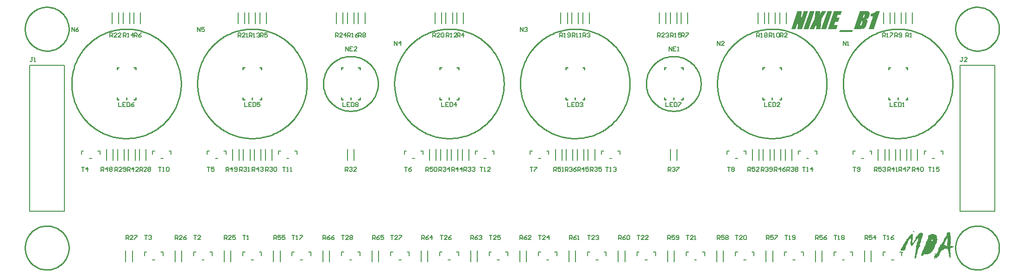
<source format=gto>
G04*
G04 #@! TF.GenerationSoftware,Altium Limited,Altium Designer,18.0.12 (696)*
G04*
G04 Layer_Color=65535*
%FSLAX25Y25*%
%MOIN*%
G70*
G01*
G75*
%ADD10C,0.01000*%
%ADD11C,0.00600*%
%ADD12C,0.00500*%
G36*
X643501Y31359D02*
X643091Y30922D01*
X642544Y31058D01*
X642845Y31797D01*
X643473D01*
X643501Y31359D01*
D02*
G37*
G36*
X650636Y24059D02*
X650008Y23595D01*
X649515Y23841D01*
X650144Y24387D01*
X650636Y24059D01*
D02*
G37*
G36*
X648750Y30566D02*
X649160Y30512D01*
X649543Y30238D01*
X649816Y29883D01*
X649980Y29445D01*
X649871Y28871D01*
X649680Y28188D01*
X649434Y27613D01*
X649188Y26903D01*
X648723Y25426D01*
X648504Y24770D01*
X648258Y23403D01*
X648012Y22692D01*
X647629Y21790D01*
X647410Y21189D01*
X647355Y21015D01*
X647821Y21435D01*
X648148Y20915D01*
X647383Y20423D01*
X647296Y20834D01*
X647355Y21015D01*
X647274Y20943D01*
X647296Y20834D01*
X647164Y20423D01*
X646754Y19521D01*
X646508Y19220D01*
X646454Y18619D01*
X646016Y17306D01*
X646071Y17033D01*
X645770Y16103D01*
X645633Y15393D01*
X645332Y14026D01*
X645141Y13369D01*
X644813Y12385D01*
X644622Y12139D01*
X644075Y11920D01*
X643938Y12412D01*
X643993Y13069D01*
X643911Y13342D01*
X643993Y13561D01*
X644266Y14518D01*
X644294Y15447D01*
X644540Y16459D01*
X644594Y17142D01*
X644704Y18127D01*
X644868Y18810D01*
X644786Y19193D01*
X644840Y20013D01*
X645059Y20615D01*
Y21107D01*
X645414Y22118D01*
X645360Y22446D01*
X645469Y23048D01*
X645743Y23895D01*
X646098Y24688D01*
X646399Y25071D01*
X646371Y25508D01*
X646481Y26000D01*
X646618Y26493D01*
X646481Y26657D01*
X646454Y26739D01*
X646153Y26493D01*
X645661Y26028D01*
X645141Y25426D01*
X644649Y24743D01*
X644184Y24032D01*
X643719Y23376D01*
X643282Y22665D01*
X642763Y21872D01*
X642407Y21435D01*
X642079Y21189D01*
X641642Y21025D01*
X641177Y21216D01*
X641068Y21599D01*
X640876Y22228D01*
X640849Y22802D01*
X641013Y24059D01*
X641095Y24606D01*
X641150Y25235D01*
X641122Y25836D01*
X641150Y26383D01*
X641095Y26739D01*
X640958Y26848D01*
Y26985D01*
X640876Y26821D01*
X640466Y26247D01*
X640029Y25618D01*
X639372Y24223D01*
X638935Y23403D01*
X638853Y23102D01*
X638334Y21982D01*
X637650Y20642D01*
X637404Y20040D01*
X637541Y19794D01*
X637377Y19220D01*
X637322Y18701D01*
X636884Y18209D01*
X636365Y17689D01*
X635709Y17607D01*
X635217D01*
X634561Y17580D01*
X634151Y17771D01*
X633877Y18045D01*
X633904Y18646D01*
X634451Y19767D01*
X634998Y20423D01*
X635189Y20478D01*
X635627Y21626D01*
X636556Y23102D01*
X636857Y23731D01*
X637322Y24278D01*
X637431Y24633D01*
X637951Y25180D01*
X638060Y25536D01*
X639400Y27313D01*
X639646Y27696D01*
X639892Y27860D01*
X640111Y28270D01*
X640657Y28762D01*
X641341Y29418D01*
X641915Y29719D01*
X642435D01*
X642626Y29336D01*
X642681Y28844D01*
X642653Y28324D01*
X642626Y27641D01*
X642571Y26793D01*
X642517Y26219D01*
X642489Y25563D01*
X642380Y24934D01*
X642243Y24251D01*
X642134Y23649D01*
X642106Y23157D01*
X642245Y22833D01*
X642489Y23212D01*
X642872Y23704D01*
X643419Y24497D01*
X643965Y25208D01*
X644321Y25754D01*
X644567Y26055D01*
X644485Y26164D01*
X644458Y26657D01*
X644704Y27258D01*
X645114Y27805D01*
X645551Y28297D01*
X645797Y28789D01*
X646399Y29445D01*
X646727Y29691D01*
X647246Y30156D01*
X647821Y30457D01*
X648258Y30676D01*
X648750Y30566D01*
D02*
G37*
G36*
X669255Y30894D02*
X669392Y30457D01*
X669501Y30375D01*
X669583Y29937D01*
X669665Y29445D01*
X669610Y29008D01*
X669665Y28570D01*
X669829Y28160D01*
X669774Y27942D01*
X669884Y27778D01*
X669911Y27504D01*
X670048Y27121D01*
X669911Y26793D01*
X669993Y26356D01*
X669939Y26192D01*
X669993Y25946D01*
X669966Y25508D01*
X670048Y25153D01*
X669911Y24497D01*
X669774Y23813D01*
X669829Y23458D01*
X669747Y23267D01*
Y22993D01*
Y22392D01*
X669720Y21845D01*
X669610Y21407D01*
X669638Y21216D01*
X669802Y21052D01*
X670075Y20943D01*
X670595Y20970D01*
X671005D01*
X671579Y20833D01*
X671601Y20744D01*
X671770Y20806D01*
X672126Y20642D01*
X671934Y20232D01*
X671606Y20122D01*
X671415D01*
X671333Y20040D01*
X670950Y19740D01*
X670704Y19712D01*
X670567Y19603D01*
X670103Y19521D01*
X669665Y19357D01*
X669610Y19302D01*
X669528Y19111D01*
X669501Y18810D01*
X669528Y18482D01*
X669610Y18127D01*
Y17635D01*
X669638Y17334D01*
Y16842D01*
X669665Y16432D01*
X669747Y15912D01*
X669774Y15420D01*
X669638Y14818D01*
X669720Y14764D01*
X669747Y14354D01*
X669829Y13971D01*
X669774Y13807D01*
X669829Y13698D01*
X669774Y13233D01*
X669501Y12959D01*
X668982Y12823D01*
X668872Y13069D01*
X668790Y13260D01*
X668736Y13561D01*
X668626Y13889D01*
X668462Y14545D01*
X668407Y15174D01*
X668462Y15584D01*
X668380Y15803D01*
X668353Y16650D01*
X668216Y16951D01*
X668189Y17416D01*
X668052Y17826D01*
X667915Y18017D01*
X667560Y18619D01*
Y18919D01*
X667341Y19138D01*
X666931Y19248D01*
X666412Y19165D01*
X665810Y19083D01*
X665427Y18919D01*
X664853Y18537D01*
X664416Y18345D01*
X664252Y18154D01*
X663760Y17880D01*
X662967Y17498D01*
X662885Y17443D01*
X662639Y16951D01*
X662502Y16541D01*
X662256Y16350D01*
X662147Y15994D01*
X661928Y15529D01*
X661736Y14791D01*
X661490Y14272D01*
X661135Y13698D01*
X660698Y13260D01*
X660288Y12905D01*
X659604Y12440D01*
X659085Y12331D01*
X658529Y12278D01*
X658620Y12549D01*
X658182D01*
X658083Y12528D01*
X658018Y12659D01*
X657882Y12823D01*
X657964Y13096D01*
X657909Y13287D01*
X658128Y13889D01*
X658346Y14190D01*
X658428Y14490D01*
X658647Y14791D01*
X658756Y14846D01*
X658839Y15065D01*
X659167Y15228D01*
X659249Y15311D01*
X659604Y15748D01*
X659850Y15857D01*
X660096Y16185D01*
X660397Y16760D01*
X660506Y16814D01*
X660534Y17033D01*
X660807Y17552D01*
X660889Y17798D01*
X660834Y18236D01*
X660862Y18701D01*
X660971Y19193D01*
X661080Y19630D01*
X661190Y19712D01*
X661162Y19794D01*
X661244Y20013D01*
X661764Y20478D01*
X661819Y20615D01*
X662174Y20915D01*
X662475Y21238D01*
X662283Y21161D01*
X661955Y21353D01*
X662065Y21708D01*
X662365Y21954D01*
X662857Y22063D01*
X662885Y21763D01*
X662830Y21599D01*
X662815Y21568D01*
X662557Y21325D01*
X662475Y21238D01*
X662693Y21325D01*
X662815Y21568D01*
X663022Y21763D01*
X663186Y22063D01*
X663268Y22255D01*
X663322Y22474D01*
X663650Y23075D01*
X663978Y23731D01*
X664443Y24497D01*
X664662Y24962D01*
X664799Y25126D01*
X664963Y25700D01*
X665127Y26301D01*
X665400Y26930D01*
X665783Y27422D01*
X666138Y27832D01*
X666384Y27969D01*
X666548Y28270D01*
X666767Y28488D01*
X666849Y28570D01*
X666822Y28707D01*
X666986Y29035D01*
X666931Y29418D01*
X667123Y29801D01*
X667040Y29992D01*
X667369Y30621D01*
X667642D01*
X667970Y30812D01*
X668052Y30840D01*
X668243Y31031D01*
X668845Y31113D01*
X669255Y30894D01*
D02*
G37*
G36*
X635572Y16295D02*
X635080Y15912D01*
X634533Y15939D01*
X634861Y16760D01*
X635408D01*
X635572Y16295D01*
D02*
G37*
G36*
X659194Y15775D02*
Y15529D01*
X659112Y15256D01*
X658674Y15146D01*
X658346Y15256D01*
X658483Y15693D01*
X658811Y15857D01*
X659194Y15775D01*
D02*
G37*
G36*
X658128Y29391D02*
X658592Y29336D01*
X658975Y29090D01*
X659002Y28953D01*
X659276Y28899D01*
X659577Y28543D01*
X659850Y28215D01*
X659932Y27668D01*
X660014Y27231D01*
Y26739D01*
X660069Y26383D01*
Y26000D01*
X660096Y25290D01*
X659987Y24743D01*
X659850Y24169D01*
X659823Y23677D01*
X659631Y23185D01*
X659331Y22610D01*
X659030Y21927D01*
X658674Y21271D01*
X658592Y20833D01*
X658346Y20013D01*
X658046Y19521D01*
X657800Y18837D01*
X657307Y18236D01*
X656843Y17634D01*
X655366Y16076D01*
X654792Y15693D01*
X654054Y15311D01*
X653343Y15065D01*
X652058Y14928D01*
X651457Y14983D01*
X650937Y14928D01*
X650500Y14900D01*
X650226Y15010D01*
X650222Y15014D01*
X650281Y14818D01*
X650117Y14408D01*
X649734Y13943D01*
X649297Y13861D01*
X648996Y13916D01*
X648805Y14053D01*
X648723Y14272D01*
X648668Y14572D01*
X648805Y15228D01*
X648941Y15803D01*
X649160Y16322D01*
X649324Y16842D01*
X649461Y17279D01*
X649789Y17963D01*
X650090Y18646D01*
X650418Y19220D01*
X650609Y19712D01*
X650882Y20204D01*
X651129Y20861D01*
X651429Y21681D01*
X651757Y22282D01*
Y22638D01*
X651922Y23267D01*
X652277Y24059D01*
X652660Y24661D01*
X652824Y25126D01*
X653289Y26000D01*
X653425Y26411D01*
X653452Y26793D01*
X653589Y27067D01*
X653452Y27258D01*
X653480Y27668D01*
X653535Y27996D01*
X653835Y28598D01*
X654273Y28926D01*
X654929Y29117D01*
X655558Y29391D01*
X656241Y29555D01*
X656925Y29609D01*
X657253D01*
X658128Y29391D01*
D02*
G37*
G36*
X669556Y12686D02*
X669501Y12358D01*
X669474Y12331D01*
X669392Y12248D01*
X669228Y12139D01*
X669009Y12057D01*
X668763Y12167D01*
X668818Y12494D01*
X669146Y12741D01*
X669556Y12686D01*
D02*
G37*
G36*
X658155Y12385D02*
X658401D01*
X658510Y12276D01*
X658529Y12278D01*
X658483Y12139D01*
X658292Y11811D01*
X657745Y11866D01*
X657800Y12467D01*
X658083Y12528D01*
X658155Y12385D01*
D02*
G37*
G36*
X577034Y184403D02*
X576331Y177165D01*
X572980D01*
Y177184D01*
Y177258D01*
X572999Y177369D01*
X573017Y177517D01*
Y177721D01*
X573054Y177943D01*
X573073Y178202D01*
X573110Y178517D01*
X573165Y178831D01*
X573202Y179183D01*
X573276Y179572D01*
X573332Y179979D01*
X573424Y180405D01*
X573517Y180849D01*
X573714Y181760D01*
X573702Y181737D01*
X573684Y181682D01*
X573647Y181608D01*
X573610Y181497D01*
X573573Y181386D01*
X573443Y181071D01*
X573295Y180719D01*
X573110Y180294D01*
X572888Y179849D01*
X572647Y179350D01*
X571592Y177165D01*
X568075D01*
X571740Y184403D01*
X572499Y190178D01*
X575997D01*
Y190141D01*
X575979Y190067D01*
X575960Y189919D01*
X575923Y189697D01*
X575886Y189437D01*
X575849Y189123D01*
X575794Y188753D01*
X575738Y188327D01*
Y188308D01*
Y188290D01*
X575720Y188234D01*
Y188160D01*
X575683Y187975D01*
X575646Y187753D01*
X575590Y187512D01*
X575535Y187235D01*
X575461Y186976D01*
X575387Y186716D01*
X577108Y190178D01*
X580199D01*
X577034Y184403D01*
D02*
G37*
G36*
X562818Y177165D02*
X559635D01*
X560171Y182922D01*
X558209Y177165D01*
X555118D01*
X559542Y190178D01*
X562596D01*
X562207Y184477D01*
X564151Y190178D01*
X567242D01*
X562818Y177165D01*
D02*
G37*
G36*
X614406Y177165D02*
X610907D01*
X613276Y184125D01*
Y184144D01*
X613295Y184181D01*
X613314Y184255D01*
X613351Y184347D01*
X613425Y184588D01*
X613517Y184884D01*
X613610Y185180D01*
X613684Y185458D01*
X613721Y185569D01*
X613758Y185680D01*
X613776Y185773D01*
Y185828D01*
Y185847D01*
Y185865D01*
Y185976D01*
X613721Y186106D01*
X613665Y186161D01*
X613591Y186217D01*
X613573D01*
X613536Y186235D01*
X613462Y186254D01*
X613351Y186291D01*
X613184Y186309D01*
X612962Y186328D01*
X612666Y186346D01*
X611833D01*
X612425Y188086D01*
X612462D01*
X612536Y188105D01*
X612666Y188142D01*
X612851Y188197D01*
X613073Y188253D01*
X613314Y188327D01*
X613610Y188438D01*
X613906Y188549D01*
X614239Y188679D01*
X614591Y188827D01*
X614942Y188993D01*
X615294Y189197D01*
X615664Y189400D01*
X616016Y189641D01*
X616368Y189900D01*
X616701Y190178D01*
X618829D01*
X614406Y177165D01*
D02*
G37*
G36*
X608631Y190159D02*
X608982Y190141D01*
X609371Y190122D01*
X609760Y190067D01*
X610130Y190011D01*
X610296Y189956D01*
X610444Y189919D01*
X610482Y189900D01*
X610574Y189863D01*
X610704Y189789D01*
X610852Y189697D01*
X611018Y189549D01*
X611203Y189382D01*
X611351Y189141D01*
X611463Y188882D01*
X611481Y188845D01*
Y188808D01*
X611500Y188734D01*
Y188660D01*
X611518Y188549D01*
Y188419D01*
Y188290D01*
Y188123D01*
X611500Y187938D01*
X611481Y187735D01*
X611444Y187512D01*
X611388Y187272D01*
X611333Y187013D01*
X611240Y186735D01*
X611148Y186420D01*
Y186402D01*
X611129Y186365D01*
X611111Y186309D01*
X611074Y186235D01*
X611000Y186032D01*
X610889Y185773D01*
X610741Y185495D01*
X610593Y185217D01*
X610407Y184977D01*
X610204Y184755D01*
X610185Y184736D01*
X610111Y184680D01*
X609982Y184606D01*
X609797Y184495D01*
X609593Y184403D01*
X609315Y184310D01*
X609019Y184236D01*
X608668Y184181D01*
X608705D01*
X608760Y184162D01*
X608834D01*
X609001Y184107D01*
X609204Y184051D01*
X609426Y183940D01*
X609630Y183810D01*
X609797Y183644D01*
X609852Y183533D01*
X609908Y183422D01*
X609926Y183385D01*
X609945Y183292D01*
X609963Y183144D01*
Y182940D01*
X609945Y182663D01*
X609908Y182330D01*
X609815Y181941D01*
X609686Y181497D01*
X609297Y180312D01*
Y180294D01*
X609278Y180256D01*
X609260Y180183D01*
X609223Y180090D01*
X609167Y179979D01*
X609130Y179849D01*
X609001Y179572D01*
X608853Y179238D01*
X608668Y178905D01*
X608482Y178591D01*
X608279Y178313D01*
X608260Y178276D01*
X608186Y178202D01*
X608075Y178091D01*
X607909Y177943D01*
X607724Y177795D01*
X607501Y177647D01*
X607242Y177517D01*
X606965Y177406D01*
X606928Y177387D01*
X606891D01*
X606816Y177369D01*
X606724Y177350D01*
X606613Y177332D01*
X606483Y177313D01*
X606335Y177295D01*
X606150Y177258D01*
X605947Y177239D01*
X605724Y177221D01*
X605465Y177202D01*
X605188Y177184D01*
X604891D01*
X604558Y177165D01*
X600209D01*
X604632Y190178D01*
X608482D01*
X608631Y190159D01*
D02*
G37*
G36*
X590713Y187327D02*
X588492D01*
X587770Y185236D01*
X589843D01*
X588917Y182496D01*
X586844D01*
X585993Y180016D01*
X588418D01*
X587455Y177165D01*
X581402Y177165D01*
X585826Y190178D01*
X591675D01*
X590713Y187327D01*
D02*
G37*
G36*
X580292Y177165D02*
X576664D01*
X581088Y190178D01*
X584716Y190178D01*
X580292Y177165D01*
D02*
G37*
G36*
X567631D02*
X564003D01*
X568427Y190178D01*
X572055D01*
X567631Y177165D01*
D02*
G37*
G36*
X599061Y175148D02*
X589695D01*
X590084Y176258D01*
X599450D01*
X599061Y175148D01*
D02*
G37*
%LPC*%
G36*
X667478Y27039D02*
X667205Y26711D01*
X667177Y26411D01*
X666876Y26110D01*
X666794Y25864D01*
X666658Y25645D01*
X666412Y25208D01*
X666248Y24798D01*
X666166Y24579D01*
X665974Y24415D01*
X665892Y24169D01*
X665619Y23458D01*
X665482Y23048D01*
X665236Y22774D01*
Y22474D01*
X664990Y22146D01*
X665045Y22009D01*
X665455Y21790D01*
X666002Y21571D01*
X666125Y21486D01*
X665947Y21107D01*
X666166Y20888D01*
X666685Y20970D01*
X666719Y21065D01*
X666959Y21025D01*
X667205Y21052D01*
X667259Y21079D01*
X667423Y21216D01*
X667369Y21353D01*
X667259Y21845D01*
X667369Y22255D01*
X667314Y22446D01*
Y22692D01*
X667259Y22993D01*
X667478Y23622D01*
X667341Y24114D01*
X667505Y24305D01*
X667478Y24524D01*
X667615Y25399D01*
X667560Y25809D01*
X667615Y26110D01*
X667478Y26438D01*
X667451Y26657D01*
X667478Y27039D01*
D02*
G37*
G36*
X671601Y20744D02*
X671470Y20696D01*
X671360Y20478D01*
X671223Y20122D01*
X671415D01*
X671442Y20150D01*
X671661Y20341D01*
X671634Y20615D01*
X671601Y20744D01*
D02*
G37*
%LPD*%
G36*
X666822Y21353D02*
X666719Y21065D01*
X666630Y21079D01*
X666439Y21271D01*
X666125Y21486D01*
X666166Y21571D01*
X666412D01*
X666658Y21626D01*
X666822Y21353D01*
D02*
G37*
%LPC*%
G36*
X656870Y25590D02*
X655804Y25481D01*
X655886Y24770D01*
X656597Y24825D01*
X657007Y25153D01*
X656870Y25590D01*
D02*
G37*
G36*
X607520Y187698D02*
X607409D01*
X606576Y185217D01*
X606613D01*
X606650Y185199D01*
X606779D01*
X606854Y185217D01*
X606946D01*
X607131Y185273D01*
X607205Y185328D01*
X607279Y185384D01*
Y185402D01*
X607316Y185439D01*
X607353Y185495D01*
X607409Y185606D01*
X607483Y185773D01*
X607576Y185995D01*
X607631Y186124D01*
X607687Y186272D01*
X607742Y186457D01*
X607816Y186643D01*
Y186661D01*
X607853Y186735D01*
X607872Y186828D01*
X607909Y186939D01*
X607964Y187198D01*
X607983Y187290D01*
Y187383D01*
Y187401D01*
Y187420D01*
X607964Y187494D01*
X607909Y187568D01*
X607835Y187624D01*
X607816Y187642D01*
X607742Y187661D01*
X607613Y187679D01*
X607520Y187698D01*
D02*
G37*
G36*
X605780Y182904D02*
X604688Y179664D01*
X604836D01*
X604928Y179683D01*
X605151Y179720D01*
X605243Y179757D01*
X605336Y179812D01*
X605354D01*
X605373Y179849D01*
X605410Y179905D01*
X605465Y179979D01*
X605539Y180090D01*
X605613Y180238D01*
X605687Y180442D01*
X605780Y180682D01*
X606187Y181867D01*
X606206Y181904D01*
X606224Y181997D01*
X606261Y182107D01*
X606298Y182256D01*
X606335Y182422D01*
X606372Y182552D01*
Y182663D01*
X606354Y182737D01*
X606335Y182755D01*
X606298Y182774D01*
X606261Y182811D01*
X606187Y182829D01*
X606076Y182866D01*
X605947Y182885D01*
X605780Y182904D01*
D02*
G37*
%LPD*%
D10*
X257874Y137795D02*
X257849Y138792D01*
X257773Y139787D01*
X257647Y140776D01*
X257471Y141758D01*
X257246Y142729D01*
X256971Y143688D01*
X256649Y144632D01*
X256279Y145558D01*
X255862Y146465D01*
X255400Y147348D01*
X254895Y148208D01*
X254346Y149041D01*
X253755Y149845D01*
X253125Y150618D01*
X252457Y151358D01*
X251751Y152063D01*
X251011Y152732D01*
X250238Y153362D01*
X249434Y153952D01*
X248602Y154501D01*
X247742Y155007D01*
X246858Y155469D01*
X245952Y155885D01*
X245026Y156255D01*
X244082Y156578D01*
X243123Y156852D01*
X242151Y157077D01*
X241170Y157253D01*
X240180Y157379D01*
X239186Y157455D01*
X238189Y157480D01*
X237192Y157455D01*
X236197Y157379D01*
X235208Y157253D01*
X234226Y157077D01*
X233255Y156852D01*
X232296Y156578D01*
X231352Y156255D01*
X230426Y155885D01*
X229520Y155469D01*
X228636Y155007D01*
X227776Y154501D01*
X226943Y153952D01*
X226140Y153362D01*
X225367Y152731D01*
X224627Y152063D01*
X223921Y151358D01*
X223253Y150618D01*
X222622Y149845D01*
X222032Y149041D01*
X221483Y148208D01*
X220977Y147348D01*
X220516Y146464D01*
X220099Y145558D01*
X219729Y144632D01*
X219407Y143688D01*
X219132Y142729D01*
X218907Y141758D01*
X218731Y140776D01*
X218605Y139787D01*
X218529Y138792D01*
X218504Y137795D01*
X218529Y136798D01*
X218605Y135804D01*
X218731Y134814D01*
X218907Y133833D01*
X219132Y132861D01*
X219407Y131902D01*
X219729Y130958D01*
X220099Y130032D01*
X220516Y129126D01*
X220977Y128242D01*
X221483Y127383D01*
X222032Y126550D01*
X222623Y125746D01*
X223253Y124973D01*
X223921Y124233D01*
X224627Y123528D01*
X225367Y122859D01*
X226140Y122229D01*
X226944Y121639D01*
X227776Y121090D01*
X228636Y120584D01*
X229520Y120122D01*
X230426Y119705D01*
X231352Y119336D01*
X232296Y119013D01*
X233255Y118739D01*
X234226Y118513D01*
X235208Y118337D01*
X236197Y118211D01*
X237192Y118135D01*
X238189Y118110D01*
X239186Y118135D01*
X240180Y118211D01*
X241170Y118337D01*
X242152Y118513D01*
X243123Y118739D01*
X244082Y119013D01*
X245026Y119336D01*
X245952Y119706D01*
X246858Y120122D01*
X247742Y120584D01*
X248602Y121090D01*
X249434Y121639D01*
X250238Y122229D01*
X251011Y122859D01*
X251751Y123528D01*
X252457Y124233D01*
X253125Y124973D01*
X253755Y125746D01*
X254346Y126550D01*
X254895Y127383D01*
X255401Y128242D01*
X255862Y129126D01*
X256279Y130032D01*
X256649Y130959D01*
X256971Y131902D01*
X257246Y132861D01*
X257471Y133833D01*
X257647Y134815D01*
X257773Y135804D01*
X257849Y136798D01*
X257874Y137795D01*
X490158D02*
X490132Y138792D01*
X490057Y139787D01*
X489930Y140776D01*
X489754Y141758D01*
X489529Y142729D01*
X489255Y143688D01*
X488932Y144632D01*
X488562Y145558D01*
X488146Y146465D01*
X487684Y147348D01*
X487178Y148208D01*
X486629Y149041D01*
X486039Y149845D01*
X485409Y150618D01*
X484740Y151358D01*
X484035Y152063D01*
X483295Y152732D01*
X482522Y153362D01*
X481718Y153952D01*
X480885Y154501D01*
X480026Y155007D01*
X479142Y155469D01*
X478235Y155885D01*
X477309Y156255D01*
X476365Y156578D01*
X475407Y156852D01*
X474435Y157077D01*
X473453Y157253D01*
X472464Y157379D01*
X471469Y157455D01*
X470472Y157480D01*
X469475Y157455D01*
X468481Y157379D01*
X467492Y157253D01*
X466510Y157077D01*
X465538Y156852D01*
X464579Y156578D01*
X463636Y156255D01*
X462710Y155885D01*
X461803Y155469D01*
X460919Y155007D01*
X460060Y154501D01*
X459227Y153952D01*
X458423Y153362D01*
X457650Y152731D01*
X456910Y152063D01*
X456205Y151358D01*
X455536Y150618D01*
X454906Y149845D01*
X454316Y149041D01*
X453767Y148208D01*
X453261Y147348D01*
X452799Y146464D01*
X452383Y145558D01*
X452013Y144632D01*
X451690Y143688D01*
X451416Y142729D01*
X451190Y141758D01*
X451014Y140776D01*
X450888Y139787D01*
X450813Y138792D01*
X450787Y137795D01*
X450813Y136798D01*
X450888Y135804D01*
X451014Y134814D01*
X451190Y133833D01*
X451416Y132861D01*
X451690Y131902D01*
X452013Y130958D01*
X452383Y130032D01*
X452799Y129126D01*
X453261Y128242D01*
X453767Y127383D01*
X454316Y126550D01*
X454906Y125746D01*
X455536Y124973D01*
X456205Y124233D01*
X456910Y123528D01*
X457650Y122859D01*
X458423Y122229D01*
X459227Y121639D01*
X460060Y121090D01*
X460919Y120584D01*
X461803Y120122D01*
X462710Y119705D01*
X463636Y119336D01*
X464579Y119013D01*
X465538Y118739D01*
X466510Y118513D01*
X467492Y118337D01*
X468481Y118211D01*
X469476Y118135D01*
X470472Y118110D01*
X471469Y118135D01*
X472464Y118211D01*
X473453Y118337D01*
X474435Y118513D01*
X475407Y118739D01*
X476366Y119013D01*
X477309Y119336D01*
X478235Y119706D01*
X479142Y120122D01*
X480026Y120584D01*
X480885Y121090D01*
X481718Y121639D01*
X482522Y122229D01*
X483295Y122859D01*
X484035Y123528D01*
X484740Y124233D01*
X485409Y124973D01*
X486039Y125746D01*
X486629Y126550D01*
X487178Y127383D01*
X487684Y128242D01*
X488146Y129126D01*
X488562Y130032D01*
X488932Y130959D01*
X489255Y131902D01*
X489529Y132861D01*
X489754Y133833D01*
X489930Y134815D01*
X490057Y135804D01*
X490132Y136798D01*
X490158Y137795D01*
X671260D02*
X671247Y138797D01*
X671209Y139797D01*
X671145Y140797D01*
X671056Y141794D01*
X670942Y142789D01*
X670802Y143781D01*
X670637Y144769D01*
X670447Y145752D01*
X670233Y146730D01*
X669993Y147703D01*
X669729Y148669D01*
X669440Y149627D01*
X669127Y150579D01*
X668789Y151522D01*
X668428Y152456D01*
X668044Y153380D01*
X667636Y154295D01*
X667204Y155199D01*
X666750Y156091D01*
X666274Y156972D01*
X665775Y157841D01*
X665254Y158696D01*
X664712Y159538D01*
X664148Y160366D01*
X663563Y161179D01*
X662958Y161977D01*
X662333Y162759D01*
X661688Y163525D01*
X661024Y164275D01*
X660341Y165008D01*
X659640Y165723D01*
X658921Y166419D01*
X658184Y167098D01*
X657430Y167757D01*
X656660Y168397D01*
X655873Y169017D01*
X655071Y169617D01*
X654254Y170196D01*
X653423Y170755D01*
X652578Y171292D01*
X651719Y171807D01*
X650848Y172300D01*
X649964Y172771D01*
X649068Y173220D01*
X648162Y173645D01*
X647245Y174048D01*
X646318Y174426D01*
X645381Y174782D01*
X644436Y175113D01*
X643483Y175420D01*
X642522Y175703D01*
X641555Y175961D01*
X640581Y176194D01*
X639601Y176403D01*
X638617Y176586D01*
X637628Y176745D01*
X636635Y176878D01*
X635640Y176986D01*
X634642Y177069D01*
X633642Y177126D01*
X632641Y177158D01*
X631639Y177165D01*
X630638Y177146D01*
X629638Y177101D01*
X628639Y177031D01*
X627642Y176936D01*
X626648Y176815D01*
X625657Y176669D01*
X624670Y176498D01*
X623688Y176302D01*
X622711Y176081D01*
X621740Y175835D01*
X620776Y175564D01*
X619819Y175269D01*
X618870Y174950D01*
X617929Y174607D01*
X616997Y174240D01*
X616075Y173849D01*
X615163Y173435D01*
X614262Y172998D01*
X613372Y172539D01*
X612495Y172056D01*
X611629Y171552D01*
X610777Y171026D01*
X609939Y170478D01*
X609115Y169909D01*
X608305Y169319D01*
X607511Y168709D01*
X606733Y168079D01*
X605970Y167430D01*
X605225Y166761D01*
X604497Y166073D01*
X603787Y165367D01*
X603094Y164644D01*
X602421Y163902D01*
X601766Y163145D01*
X601131Y162370D01*
X600516Y161580D01*
X599921Y160774D01*
X599347Y159954D01*
X598794Y159119D01*
X598263Y158270D01*
X597753Y157408D01*
X597265Y156533D01*
X596799Y155647D01*
X596357Y154748D01*
X595937Y153839D01*
X595541Y152919D01*
X595168Y151990D01*
X594818Y151051D01*
X594493Y150104D01*
X594192Y149149D01*
X593916Y148186D01*
X593664Y147217D01*
X593436Y146242D01*
X593234Y145261D01*
X593057Y144275D01*
X592904Y143286D01*
X592777Y142292D01*
X592676Y141296D01*
X592599Y140297D01*
X592548Y139297D01*
X592523Y138296D01*
X592523Y137295D01*
X592548Y136293D01*
X592599Y135293D01*
X592676Y134295D01*
X592777Y133299D01*
X592904Y132305D01*
X593057Y131315D01*
X593234Y130330D01*
X593436Y129349D01*
X593664Y128374D01*
X593916Y127404D01*
X594192Y126442D01*
X594493Y125487D01*
X594818Y124539D01*
X595168Y123601D01*
X595541Y122671D01*
X595937Y121752D01*
X596357Y120842D01*
X596799Y119944D01*
X597265Y119057D01*
X597753Y118183D01*
X598263Y117321D01*
X598794Y116472D01*
X599347Y115637D01*
X599921Y114816D01*
X600516Y114011D01*
X601131Y113221D01*
X601766Y112446D01*
X602421Y111688D01*
X603094Y110947D01*
X603787Y110223D01*
X604497Y109517D01*
X605225Y108830D01*
X605970Y108161D01*
X606733Y107511D01*
X607511Y106881D01*
X608305Y106271D01*
X609115Y105682D01*
X609939Y105113D01*
X610777Y104565D01*
X611629Y104039D01*
X612494Y103534D01*
X613372Y103052D01*
X614262Y102592D01*
X615163Y102155D01*
X616075Y101741D01*
X616997Y101351D01*
X617929Y100984D01*
X618870Y100640D01*
X619819Y100321D01*
X620776Y100026D01*
X621740Y99756D01*
X622711Y99510D01*
X623688Y99289D01*
X624670Y99093D01*
X625657Y98922D01*
X626647Y98776D01*
X627642Y98655D01*
X628639Y98560D01*
X629637Y98490D01*
X630638Y98445D01*
X631639Y98426D01*
X632641Y98432D01*
X633642Y98464D01*
X634642Y98522D01*
X635640Y98604D01*
X636635Y98712D01*
X637628Y98846D01*
X638617Y99004D01*
X639601Y99188D01*
X640581Y99396D01*
X641554Y99630D01*
X642522Y99888D01*
X643483Y100171D01*
X644436Y100478D01*
X645381Y100809D01*
X646318Y101164D01*
X647245Y101543D01*
X648162Y101945D01*
X649068Y102371D01*
X649964Y102819D01*
X650848Y103290D01*
X651719Y103784D01*
X652578Y104299D01*
X653423Y104836D01*
X654254Y105394D01*
X655071Y105974D01*
X655873Y106573D01*
X656660Y107194D01*
X657430Y107834D01*
X658184Y108493D01*
X658921Y109171D01*
X659640Y109868D01*
X660341Y110583D01*
X661024Y111315D01*
X661688Y112065D01*
X662333Y112831D01*
X662958Y113614D01*
X663563Y114412D01*
X664148Y115225D01*
X664711Y116053D01*
X665254Y116894D01*
X665775Y117750D01*
X666273Y118618D01*
X666750Y119499D01*
X667204Y120392D01*
X667635Y121295D01*
X668044Y122210D01*
X668428Y123135D01*
X668789Y124069D01*
X669127Y125012D01*
X669440Y125963D01*
X669729Y126922D01*
X669993Y127888D01*
X670232Y128860D01*
X670447Y129838D01*
X670637Y130822D01*
X670802Y131809D01*
X670942Y132801D01*
X671056Y133796D01*
X671145Y134794D01*
X671209Y135793D01*
X671247Y136794D01*
X671260Y137795D01*
X580709Y137795D02*
X580696Y138797D01*
X580658Y139797D01*
X580594Y140797D01*
X580505Y141794D01*
X580391Y142789D01*
X580251Y143781D01*
X580086Y144769D01*
X579896Y145752D01*
X579681Y146730D01*
X579442Y147703D01*
X579177Y148669D01*
X578889Y149627D01*
X578576Y150579D01*
X578238Y151522D01*
X577877Y152456D01*
X577493Y153380D01*
X577084Y154295D01*
X576653Y155199D01*
X576199Y156091D01*
X575722Y156972D01*
X575223Y157841D01*
X574703Y158696D01*
X574160Y159538D01*
X573597Y160366D01*
X573012Y161179D01*
X572407Y161977D01*
X571782Y162759D01*
X571137Y163525D01*
X570473Y164275D01*
X569790Y165008D01*
X569089Y165723D01*
X568369Y166419D01*
X567633Y167098D01*
X566879Y167757D01*
X566109Y168397D01*
X565322Y169017D01*
X564520Y169617D01*
X563703Y170196D01*
X562872Y170755D01*
X562027Y171292D01*
X561168Y171807D01*
X560296Y172300D01*
X559413Y172771D01*
X558517Y173220D01*
X557611Y173645D01*
X556694Y174048D01*
X555766Y174426D01*
X554830Y174782D01*
X553885Y175113D01*
X552932Y175420D01*
X551971Y175703D01*
X551003Y175961D01*
X550030Y176194D01*
X549050Y176403D01*
X548066Y176586D01*
X547077Y176745D01*
X546084Y176878D01*
X545088Y176986D01*
X544091Y177069D01*
X543091Y177126D01*
X542090Y177158D01*
X541088Y177165D01*
X540087Y177146D01*
X539086Y177101D01*
X538087Y177031D01*
X537090Y176936D01*
X536096Y176815D01*
X535106Y176669D01*
X534119Y176498D01*
X533137Y176302D01*
X532160Y176081D01*
X531189Y175835D01*
X530225Y175564D01*
X529268Y175269D01*
X528319Y174950D01*
X527378Y174607D01*
X526446Y174240D01*
X525524Y173849D01*
X524612Y173435D01*
X523711Y172998D01*
X522821Y172539D01*
X521943Y172056D01*
X521078Y171552D01*
X520226Y171026D01*
X519388Y170478D01*
X518564Y169909D01*
X517754Y169319D01*
X516960Y168709D01*
X516182Y168079D01*
X515419Y167430D01*
X514674Y166761D01*
X513946Y166073D01*
X513236Y165367D01*
X512543Y164644D01*
X511870Y163902D01*
X511215Y163145D01*
X510580Y162370D01*
X509965Y161580D01*
X509370Y160774D01*
X508796Y159954D01*
X508243Y159119D01*
X507711Y158270D01*
X507201Y157408D01*
X506714Y156533D01*
X506248Y155647D01*
X505805Y154748D01*
X505386Y153839D01*
X504989Y152919D01*
X504616Y151990D01*
X504267Y151051D01*
X503942Y150104D01*
X503641Y149149D01*
X503365Y148186D01*
X503113Y147217D01*
X502885Y146242D01*
X502683Y145261D01*
X502505Y144275D01*
X502353Y143286D01*
X502226Y142292D01*
X502124Y141296D01*
X502048Y140297D01*
X501997Y139297D01*
X501972Y138296D01*
X501972Y137295D01*
X501997Y136293D01*
X502048Y135293D01*
X502124Y134295D01*
X502226Y133299D01*
X502353Y132305D01*
X502505Y131315D01*
X502683Y130330D01*
X502885Y129349D01*
X503113Y128374D01*
X503365Y127404D01*
X503641Y126442D01*
X503942Y125487D01*
X504267Y124539D01*
X504616Y123601D01*
X504989Y122671D01*
X505386Y121752D01*
X505805Y120842D01*
X506248Y119944D01*
X506714Y119057D01*
X507201Y118183D01*
X507711Y117321D01*
X508243Y116472D01*
X508796Y115637D01*
X509370Y114816D01*
X509965Y114011D01*
X510580Y113221D01*
X511215Y112446D01*
X511870Y111688D01*
X512543Y110947D01*
X513235Y110223D01*
X513946Y109517D01*
X514674Y108830D01*
X515419Y108161D01*
X516181Y107511D01*
X516960Y106881D01*
X517754Y106271D01*
X518564Y105682D01*
X519388Y105113D01*
X520226Y104565D01*
X521078Y104039D01*
X521943Y103534D01*
X522821Y103052D01*
X523711Y102592D01*
X524612Y102155D01*
X525524Y101741D01*
X526446Y101351D01*
X527378Y100984D01*
X528319Y100640D01*
X529268Y100321D01*
X530225Y100026D01*
X531189Y99756D01*
X532160Y99510D01*
X533137Y99289D01*
X534119Y99093D01*
X535106Y98922D01*
X536096Y98776D01*
X537090Y98655D01*
X538087Y98560D01*
X539086Y98490D01*
X540087Y98445D01*
X541088Y98426D01*
X542090Y98432D01*
X543090Y98464D01*
X544090Y98522D01*
X545088Y98604D01*
X546084Y98712D01*
X547077Y98846D01*
X548065Y99004D01*
X549050Y99188D01*
X550029Y99396D01*
X551003Y99630D01*
X551971Y99888D01*
X552932Y100171D01*
X553885Y100478D01*
X554830Y100809D01*
X555766Y101164D01*
X556693Y101543D01*
X557611Y101945D01*
X558517Y102371D01*
X559413Y102819D01*
X560296Y103290D01*
X561168Y103784D01*
X562027Y104299D01*
X562872Y104836D01*
X563703Y105394D01*
X564520Y105974D01*
X565322Y106573D01*
X566108Y107194D01*
X566879Y107834D01*
X567633Y108493D01*
X568369Y109171D01*
X569089Y109868D01*
X569790Y110583D01*
X570473Y111315D01*
X571137Y112065D01*
X571782Y112831D01*
X572407Y113614D01*
X573012Y114412D01*
X573597Y115225D01*
X574160Y116053D01*
X574703Y116894D01*
X575223Y117750D01*
X575722Y118618D01*
X576199Y119499D01*
X576653Y120392D01*
X577084Y121295D01*
X577493Y122210D01*
X577877Y123135D01*
X578238Y124069D01*
X578575Y125012D01*
X578889Y125963D01*
X579177Y126922D01*
X579442Y127888D01*
X579681Y128860D01*
X579896Y129838D01*
X580086Y130822D01*
X580251Y131809D01*
X580391Y132801D01*
X580505Y133796D01*
X580594Y134794D01*
X580658Y135793D01*
X580696Y136794D01*
X580709Y137795D01*
X438976Y137795D02*
X438964Y138797D01*
X438925Y139797D01*
X438862Y140797D01*
X438773Y141794D01*
X438658Y142789D01*
X438519Y143781D01*
X438354Y144769D01*
X438164Y145752D01*
X437949Y146730D01*
X437709Y147703D01*
X437445Y148669D01*
X437156Y149627D01*
X436843Y150579D01*
X436506Y151522D01*
X436145Y152456D01*
X435760Y153380D01*
X435352Y154295D01*
X434921Y155199D01*
X434467Y156091D01*
X433990Y156972D01*
X433491Y157841D01*
X432970Y158696D01*
X432428Y159538D01*
X431864Y160366D01*
X431280Y161179D01*
X430675Y161977D01*
X430050Y162759D01*
X429405Y163525D01*
X428741Y164275D01*
X428058Y165008D01*
X427356Y165723D01*
X426637Y166419D01*
X425900Y167098D01*
X425147Y167757D01*
X424376Y168397D01*
X423590Y169017D01*
X422788Y169617D01*
X421971Y170196D01*
X421140Y170755D01*
X420294Y171292D01*
X419436Y171807D01*
X418564Y172300D01*
X417680Y172771D01*
X416785Y173220D01*
X415878Y173645D01*
X414961Y174048D01*
X414034Y174426D01*
X413098Y174782D01*
X412153Y175113D01*
X411199Y175420D01*
X410239Y175703D01*
X409271Y175961D01*
X408297Y176194D01*
X407318Y176403D01*
X406333Y176586D01*
X405344Y176745D01*
X404352Y176878D01*
X403356Y176986D01*
X402358Y177069D01*
X401358Y177126D01*
X400357Y177158D01*
X399356Y177165D01*
X398355Y177146D01*
X397354Y177101D01*
X396355Y177031D01*
X395358Y176936D01*
X394364Y176815D01*
X393373Y176669D01*
X392387Y176498D01*
X391405Y176302D01*
X390428Y176081D01*
X389457Y175835D01*
X388493Y175564D01*
X387536Y175269D01*
X386586Y174950D01*
X385646Y174607D01*
X384714Y174240D01*
X383791Y173849D01*
X382880Y173435D01*
X381979Y172998D01*
X381089Y172539D01*
X380211Y172056D01*
X379346Y171552D01*
X378494Y171026D01*
X377656Y170478D01*
X376831Y169909D01*
X376022Y169319D01*
X375228Y168709D01*
X374449Y168079D01*
X373687Y167430D01*
X372942Y166761D01*
X372214Y166073D01*
X371503Y165367D01*
X370811Y164644D01*
X370137Y163902D01*
X369483Y163145D01*
X368848Y162370D01*
X368233Y161580D01*
X367638Y160774D01*
X367064Y159954D01*
X366511Y159119D01*
X365979Y158270D01*
X365469Y157408D01*
X364981Y156533D01*
X364516Y155647D01*
X364073Y154748D01*
X363653Y153839D01*
X363257Y152919D01*
X362884Y151990D01*
X362535Y151051D01*
X362210Y150104D01*
X361909Y149149D01*
X361632Y148186D01*
X361380Y147217D01*
X361153Y146242D01*
X360951Y145261D01*
X360773Y144275D01*
X360621Y143286D01*
X360494Y142292D01*
X360392Y141296D01*
X360316Y140297D01*
X360265Y139297D01*
X360239Y138296D01*
X360239Y137295D01*
X360265Y136293D01*
X360316Y135293D01*
X360392Y134295D01*
X360494Y133299D01*
X360621Y132305D01*
X360773Y131315D01*
X360950Y130330D01*
X361153Y129349D01*
X361380Y128374D01*
X361632Y127404D01*
X361909Y126442D01*
X362210Y125487D01*
X362535Y124539D01*
X362884Y123601D01*
X363257Y122671D01*
X363653Y121752D01*
X364073Y120842D01*
X364516Y119944D01*
X364981Y119057D01*
X365469Y118183D01*
X365979Y117321D01*
X366511Y116472D01*
X367064Y115637D01*
X367638Y114816D01*
X368233Y114011D01*
X368848Y113221D01*
X369483Y112446D01*
X370137Y111688D01*
X370811Y110947D01*
X371503Y110223D01*
X372214Y109517D01*
X372942Y108830D01*
X373687Y108161D01*
X374449Y107511D01*
X375227Y106881D01*
X376022Y106271D01*
X376831Y105682D01*
X377655Y105113D01*
X378494Y104565D01*
X379346Y104039D01*
X380211Y103534D01*
X381089Y103052D01*
X381978Y102592D01*
X382879Y102155D01*
X383791Y101741D01*
X384714Y101351D01*
X385645Y100984D01*
X386586Y100640D01*
X387536Y100321D01*
X388492Y100026D01*
X389457Y99756D01*
X390428Y99510D01*
X391404Y99289D01*
X392387Y99093D01*
X393373Y98922D01*
X394364Y98776D01*
X395358Y98655D01*
X396355Y98560D01*
X397354Y98490D01*
X398355Y98445D01*
X399356Y98426D01*
X400357Y98432D01*
X401358Y98464D01*
X402358Y98522D01*
X403356Y98604D01*
X404352Y98712D01*
X405344Y98846D01*
X406333Y99004D01*
X407318Y99188D01*
X408297Y99396D01*
X409271Y99630D01*
X410239Y99888D01*
X411199Y100171D01*
X412153Y100478D01*
X413098Y100809D01*
X414034Y101164D01*
X414961Y101543D01*
X415878Y101945D01*
X416785Y102371D01*
X417680Y102819D01*
X418564Y103290D01*
X419436Y103784D01*
X420294Y104299D01*
X421140Y104836D01*
X421971Y105394D01*
X422788Y105974D01*
X423590Y106573D01*
X424376Y107194D01*
X425146Y107834D01*
X425900Y108493D01*
X426637Y109171D01*
X427356Y109868D01*
X428058Y110583D01*
X428741Y111315D01*
X429405Y112065D01*
X430050Y112831D01*
X430675Y113614D01*
X431280Y114412D01*
X431864Y115225D01*
X432428Y116053D01*
X432970Y116894D01*
X433491Y117750D01*
X433990Y118618D01*
X434467Y119499D01*
X434921Y120392D01*
X435352Y121295D01*
X435760Y122210D01*
X436145Y123135D01*
X436506Y124069D01*
X436843Y125012D01*
X437156Y125963D01*
X437445Y126922D01*
X437709Y127888D01*
X437949Y128860D01*
X438164Y129838D01*
X438354Y130822D01*
X438519Y131809D01*
X438658Y132801D01*
X438773Y133796D01*
X438862Y134794D01*
X438925Y135793D01*
X438964Y136794D01*
X438976Y137795D01*
X348425Y137795D02*
X348412Y138797D01*
X348374Y139797D01*
X348311Y140797D01*
X348222Y141794D01*
X348107Y142789D01*
X347968Y143781D01*
X347803Y144769D01*
X347613Y145752D01*
X347398Y146730D01*
X347158Y147703D01*
X346894Y148669D01*
X346605Y149627D01*
X346292Y150579D01*
X345955Y151522D01*
X345594Y152456D01*
X345209Y153380D01*
X344801Y154295D01*
X344370Y155199D01*
X343916Y156091D01*
X343439Y156972D01*
X342940Y157841D01*
X342419Y158696D01*
X341877Y159538D01*
X341313Y160366D01*
X340729Y161179D01*
X340124Y161977D01*
X339498Y162759D01*
X338854Y163525D01*
X338190Y164275D01*
X337507Y165008D01*
X336805Y165723D01*
X336086Y166419D01*
X335349Y167098D01*
X334595Y167757D01*
X333825Y168397D01*
X333039Y169017D01*
X332237Y169617D01*
X331420Y170196D01*
X330589Y170755D01*
X329743Y171292D01*
X328885Y171807D01*
X328013Y172300D01*
X327129Y172771D01*
X326234Y173220D01*
X325327Y173645D01*
X324410Y174048D01*
X323483Y174426D01*
X322547Y174782D01*
X321602Y175113D01*
X320648Y175420D01*
X319688Y175703D01*
X318720Y175961D01*
X317746Y176194D01*
X316767Y176403D01*
X315782Y176586D01*
X314793Y176745D01*
X313801Y176878D01*
X312805Y176986D01*
X311807Y177069D01*
X310807Y177126D01*
X309806Y177158D01*
X308805Y177165D01*
X307804Y177146D01*
X306803Y177101D01*
X305804Y177031D01*
X304807Y176936D01*
X303813Y176815D01*
X302822Y176669D01*
X301835Y176498D01*
X300853Y176302D01*
X299876Y176081D01*
X298906Y175835D01*
X297941Y175564D01*
X296984Y175269D01*
X296035Y174950D01*
X295094Y174607D01*
X294163Y174240D01*
X293240Y173849D01*
X292328Y173435D01*
X291427Y172998D01*
X290538Y172539D01*
X289660Y172056D01*
X288795Y171552D01*
X287943Y171026D01*
X287104Y170478D01*
X286280Y169909D01*
X285471Y169319D01*
X284677Y168709D01*
X283898Y168079D01*
X283136Y167430D01*
X282390Y166761D01*
X281662Y166073D01*
X280952Y165367D01*
X280260Y164644D01*
X279586Y163902D01*
X278932Y163145D01*
X278297Y162370D01*
X277682Y161580D01*
X277087Y160774D01*
X276513Y159954D01*
X275959Y159119D01*
X275428Y158270D01*
X274918Y157408D01*
X274430Y156533D01*
X273965Y155647D01*
X273522Y154748D01*
X273102Y153839D01*
X272706Y152919D01*
X272333Y151990D01*
X271984Y151051D01*
X271659Y150104D01*
X271358Y149149D01*
X271081Y148186D01*
X270829Y147217D01*
X270602Y146242D01*
X270399Y145261D01*
X270222Y144275D01*
X270070Y143286D01*
X269943Y142292D01*
X269841Y141296D01*
X269765Y140297D01*
X269714Y139297D01*
X269688Y138296D01*
X269688Y137295D01*
X269714Y136293D01*
X269765Y135293D01*
X269841Y134295D01*
X269943Y133299D01*
X270070Y132305D01*
X270222Y131315D01*
X270399Y130330D01*
X270602Y129349D01*
X270829Y128374D01*
X271081Y127404D01*
X271358Y126442D01*
X271659Y125487D01*
X271984Y124539D01*
X272333Y123601D01*
X272706Y122671D01*
X273102Y121752D01*
X273522Y120842D01*
X273965Y119944D01*
X274430Y119057D01*
X274918Y118183D01*
X275428Y117321D01*
X275959Y116472D01*
X276513Y115637D01*
X277087Y114816D01*
X277681Y114011D01*
X278297Y113221D01*
X278932Y112446D01*
X279586Y111688D01*
X280260Y110947D01*
X280952Y110223D01*
X281662Y109517D01*
X282390Y108830D01*
X283136Y108161D01*
X283898Y107511D01*
X284676Y106881D01*
X285471Y106271D01*
X286280Y105682D01*
X287104Y105113D01*
X287943Y104565D01*
X288795Y104039D01*
X289660Y103534D01*
X290538Y103052D01*
X291427Y102592D01*
X292328Y102155D01*
X293240Y101741D01*
X294162Y101351D01*
X295094Y100984D01*
X296035Y100640D01*
X296984Y100321D01*
X297941Y100026D01*
X298906Y99756D01*
X299876Y99510D01*
X300853Y99289D01*
X301835Y99093D01*
X302822Y98922D01*
X303813Y98776D01*
X304807Y98655D01*
X305804Y98560D01*
X306803Y98490D01*
X307803Y98445D01*
X308805Y98426D01*
X309806Y98432D01*
X310807Y98464D01*
X311807Y98522D01*
X312805Y98604D01*
X313801Y98712D01*
X314793Y98846D01*
X315782Y99004D01*
X316766Y99188D01*
X317746Y99396D01*
X318720Y99630D01*
X319687Y99888D01*
X320648Y100171D01*
X321601Y100478D01*
X322547Y100809D01*
X323483Y101164D01*
X324410Y101543D01*
X325327Y101945D01*
X326234Y102371D01*
X327129Y102819D01*
X328013Y103290D01*
X328884Y103784D01*
X329743Y104299D01*
X330588Y104836D01*
X331420Y105394D01*
X332237Y105974D01*
X333039Y106573D01*
X333825Y107194D01*
X334595Y107834D01*
X335349Y108493D01*
X336086Y109171D01*
X336805Y109868D01*
X337507Y110583D01*
X338190Y111315D01*
X338854Y112065D01*
X339498Y112831D01*
X340124Y113614D01*
X340729Y114412D01*
X341313Y115225D01*
X341877Y116053D01*
X342419Y116894D01*
X342940Y117750D01*
X343439Y118618D01*
X343916Y119499D01*
X344370Y120392D01*
X344801Y121295D01*
X345209Y122210D01*
X345594Y123135D01*
X345955Y124069D01*
X346292Y125012D01*
X346605Y125963D01*
X346894Y126922D01*
X347158Y127888D01*
X347398Y128860D01*
X347613Y129838D01*
X347803Y130822D01*
X347968Y131809D01*
X348107Y132801D01*
X348221Y133796D01*
X348311Y134794D01*
X348374Y135793D01*
X348412Y136794D01*
X348425Y137795D01*
X206693Y137795D02*
X206680Y138797D01*
X206642Y139797D01*
X206578Y140797D01*
X206489Y141794D01*
X206375Y142789D01*
X206235Y143781D01*
X206070Y144769D01*
X205880Y145752D01*
X205666Y146730D01*
X205426Y147703D01*
X205162Y148669D01*
X204873Y149627D01*
X204560Y150579D01*
X204222Y151522D01*
X203861Y152456D01*
X203477Y153380D01*
X203069Y154295D01*
X202637Y155199D01*
X202183Y156091D01*
X201707Y156972D01*
X201208Y157841D01*
X200687Y158696D01*
X200145Y159538D01*
X199581Y160366D01*
X198996Y161179D01*
X198391Y161977D01*
X197766Y162759D01*
X197121Y163525D01*
X196457Y164275D01*
X195774Y165008D01*
X195073Y165723D01*
X194354Y166419D01*
X193617Y167098D01*
X192863Y167757D01*
X192093Y168397D01*
X191306Y169017D01*
X190505Y169617D01*
X189688Y170196D01*
X188856Y170755D01*
X188011Y171292D01*
X187152Y171807D01*
X186281Y172300D01*
X185397Y172771D01*
X184502Y173220D01*
X183595Y173645D01*
X182678Y174048D01*
X181751Y174426D01*
X180814Y174782D01*
X179869Y175113D01*
X178916Y175420D01*
X177955Y175703D01*
X176988Y175961D01*
X176014Y176194D01*
X175034Y176403D01*
X174050Y176586D01*
X173061Y176745D01*
X172068Y176878D01*
X171073Y176986D01*
X170075Y177069D01*
X169075Y177126D01*
X168074Y177158D01*
X167072Y177165D01*
X166071Y177146D01*
X165071Y177101D01*
X164072Y177031D01*
X163075Y176936D01*
X162081Y176815D01*
X161090Y176669D01*
X160103Y176498D01*
X159121Y176302D01*
X158144Y176081D01*
X157174Y175835D01*
X156209Y175564D01*
X155252Y175269D01*
X154303Y174950D01*
X153362Y174607D01*
X152430Y174240D01*
X151508Y173849D01*
X150596Y173435D01*
X149695Y172998D01*
X148805Y172539D01*
X147928Y172056D01*
X147063Y171552D01*
X146210Y171026D01*
X145372Y170478D01*
X144548Y169909D01*
X143738Y169319D01*
X142944Y168709D01*
X142166Y168079D01*
X141404Y167430D01*
X140658Y166761D01*
X139930Y166073D01*
X139220Y165367D01*
X138528Y164644D01*
X137854Y163902D01*
X137199Y163145D01*
X136564Y162370D01*
X135949Y161580D01*
X135354Y160774D01*
X134780Y159954D01*
X134227Y159119D01*
X133696Y158270D01*
X133186Y157408D01*
X132698Y156533D01*
X132232Y155647D01*
X131790Y154748D01*
X131370Y153839D01*
X130974Y152919D01*
X130601Y151990D01*
X130252Y151051D01*
X129926Y150104D01*
X129625Y149149D01*
X129349Y148186D01*
X129097Y147217D01*
X128869Y146242D01*
X128667Y145261D01*
X128490Y144275D01*
X128338Y143286D01*
X128210Y142292D01*
X128109Y141296D01*
X128032Y140297D01*
X127981Y139297D01*
X127956Y138296D01*
X127956Y137295D01*
X127981Y136293D01*
X128032Y135293D01*
X128109Y134295D01*
X128210Y133299D01*
X128337Y132305D01*
X128490Y131315D01*
X128667Y130330D01*
X128869Y129349D01*
X129097Y128374D01*
X129349Y127404D01*
X129625Y126442D01*
X129926Y125487D01*
X130252Y124539D01*
X130601Y123601D01*
X130974Y122671D01*
X131370Y121752D01*
X131790Y120842D01*
X132232Y119944D01*
X132698Y119057D01*
X133186Y118183D01*
X133696Y117321D01*
X134227Y116472D01*
X134780Y115637D01*
X135354Y114816D01*
X135949Y114011D01*
X136564Y113221D01*
X137199Y112446D01*
X137854Y111688D01*
X138527Y110947D01*
X139220Y110223D01*
X139930Y109517D01*
X140658Y108830D01*
X141403Y108161D01*
X142166Y107511D01*
X142944Y106881D01*
X143738Y106271D01*
X144548Y105682D01*
X145372Y105113D01*
X146210Y104565D01*
X147062Y104039D01*
X147927Y103534D01*
X148805Y103052D01*
X149695Y102592D01*
X150596Y102155D01*
X151508Y101741D01*
X152430Y101351D01*
X153362Y100984D01*
X154303Y100640D01*
X155252Y100321D01*
X156209Y100026D01*
X157173Y99756D01*
X158144Y99510D01*
X159121Y99289D01*
X160103Y99093D01*
X161090Y98922D01*
X162081Y98776D01*
X163075Y98655D01*
X164072Y98560D01*
X165071Y98490D01*
X166071Y98445D01*
X167072Y98426D01*
X168074Y98432D01*
X169075Y98464D01*
X170075Y98522D01*
X171073Y98604D01*
X172068Y98712D01*
X173061Y98846D01*
X174050Y99004D01*
X175034Y99188D01*
X176014Y99396D01*
X176988Y99630D01*
X177955Y99888D01*
X178916Y100171D01*
X179869Y100478D01*
X180814Y100809D01*
X181751Y101164D01*
X182678Y101543D01*
X183595Y101945D01*
X184501Y102371D01*
X185397Y102819D01*
X186281Y103290D01*
X187152Y103784D01*
X188011Y104299D01*
X188856Y104836D01*
X189688Y105394D01*
X190504Y105974D01*
X191306Y106573D01*
X192093Y107194D01*
X192863Y107834D01*
X193617Y108493D01*
X194354Y109171D01*
X195073Y109868D01*
X195774Y110583D01*
X196457Y111315D01*
X197121Y112065D01*
X197766Y112831D01*
X198391Y113614D01*
X198996Y114412D01*
X199581Y115225D01*
X200145Y116053D01*
X200687Y116894D01*
X201208Y117750D01*
X201707Y118618D01*
X202183Y119499D01*
X202637Y120392D01*
X203069Y121295D01*
X203477Y122210D01*
X203861Y123135D01*
X204222Y124069D01*
X204560Y125012D01*
X204873Y125963D01*
X205162Y126922D01*
X205426Y127888D01*
X205666Y128860D01*
X205880Y129838D01*
X206070Y130822D01*
X206235Y131809D01*
X206375Y132801D01*
X206489Y133796D01*
X206578Y134794D01*
X206642Y135793D01*
X206680Y136794D01*
X206693Y137795D01*
X116142Y137795D02*
X116129Y138797D01*
X116091Y139797D01*
X116027Y140797D01*
X115938Y141794D01*
X115824Y142789D01*
X115684Y143781D01*
X115519Y144769D01*
X115329Y145752D01*
X115114Y146730D01*
X114875Y147703D01*
X114611Y148669D01*
X114322Y149627D01*
X114008Y150579D01*
X113671Y151522D01*
X113310Y152456D01*
X112926Y153380D01*
X112517Y154295D01*
X112086Y155199D01*
X111632Y156091D01*
X111155Y156972D01*
X110657Y157841D01*
X110136Y158696D01*
X109593Y159538D01*
X109030Y160366D01*
X108445Y161179D01*
X107840Y161977D01*
X107215Y162759D01*
X106570Y163525D01*
X105906Y164275D01*
X105223Y165008D01*
X104522Y165723D01*
X103803Y166419D01*
X103066Y167098D01*
X102312Y167757D01*
X101542Y168397D01*
X100755Y169017D01*
X99953Y169617D01*
X99136Y170196D01*
X98305Y170755D01*
X97460Y171292D01*
X96601Y171807D01*
X95730Y172300D01*
X94846Y172771D01*
X93950Y173220D01*
X93044Y173645D01*
X92127Y174048D01*
X91199Y174426D01*
X90263Y174782D01*
X89318Y175113D01*
X88365Y175420D01*
X87404Y175703D01*
X86436Y175961D01*
X85463Y176194D01*
X84483Y176403D01*
X83499Y176586D01*
X82510Y176745D01*
X81517Y176878D01*
X80522Y176986D01*
X79523Y177069D01*
X78524Y177126D01*
X77523Y177158D01*
X76521Y177165D01*
X75520Y177146D01*
X74519Y177101D01*
X73520Y177031D01*
X72524Y176936D01*
X71529Y176815D01*
X70539Y176669D01*
X69552Y176498D01*
X68570Y176302D01*
X67593Y176081D01*
X66622Y175835D01*
X65658Y175564D01*
X64701Y175269D01*
X63752Y174950D01*
X62811Y174607D01*
X61879Y174240D01*
X60957Y173849D01*
X60045Y173435D01*
X59144Y172998D01*
X58254Y172539D01*
X57376Y172056D01*
X56511Y171552D01*
X55659Y171026D01*
X54821Y170478D01*
X53997Y169909D01*
X53187Y169319D01*
X52393Y168709D01*
X51615Y168079D01*
X50852Y167430D01*
X50107Y166761D01*
X49379Y166073D01*
X48669Y165367D01*
X47976Y164644D01*
X47303Y163902D01*
X46648Y163145D01*
X46013Y162370D01*
X45398Y161580D01*
X44803Y160774D01*
X44229Y159954D01*
X43676Y159119D01*
X43144Y158270D01*
X42634Y157408D01*
X42147Y156533D01*
X41681Y155647D01*
X41239Y154748D01*
X40819Y153839D01*
X40422Y152919D01*
X40049Y151990D01*
X39700Y151051D01*
X39375Y150104D01*
X39074Y149149D01*
X38798Y148186D01*
X38546Y147217D01*
X38318Y146242D01*
X38116Y145261D01*
X37938Y144275D01*
X37786Y143286D01*
X37659Y142292D01*
X37558Y141296D01*
X37481Y140297D01*
X37430Y139297D01*
X37405Y138296D01*
X37405Y137295D01*
X37430Y136293D01*
X37481Y135293D01*
X37558Y134295D01*
X37659Y133299D01*
X37786Y132305D01*
X37938Y131315D01*
X38116Y130330D01*
X38318Y129349D01*
X38546Y128374D01*
X38798Y127404D01*
X39074Y126442D01*
X39375Y125487D01*
X39700Y124539D01*
X40049Y123601D01*
X40422Y122671D01*
X40819Y121752D01*
X41239Y120842D01*
X41681Y119944D01*
X42147Y119057D01*
X42634Y118183D01*
X43144Y117321D01*
X43676Y116472D01*
X44229Y115637D01*
X44803Y114816D01*
X45398Y114011D01*
X46013Y113221D01*
X46648Y112446D01*
X47303Y111688D01*
X47976Y110947D01*
X48669Y110223D01*
X49379Y109517D01*
X50107Y108830D01*
X50852Y108161D01*
X51614Y107511D01*
X52393Y106881D01*
X53187Y106271D01*
X53996Y105682D01*
X54821Y105113D01*
X55659Y104565D01*
X56511Y104039D01*
X57376Y103534D01*
X58254Y103052D01*
X59144Y102592D01*
X60045Y102155D01*
X60957Y101741D01*
X61879Y101351D01*
X62811Y100984D01*
X63752Y100640D01*
X64701Y100321D01*
X65658Y100026D01*
X66622Y99756D01*
X67593Y99510D01*
X68570Y99289D01*
X69552Y99093D01*
X70539Y98922D01*
X71529Y98776D01*
X72523Y98655D01*
X73520Y98560D01*
X74519Y98490D01*
X75520Y98445D01*
X76521Y98426D01*
X77523Y98432D01*
X78524Y98464D01*
X79523Y98522D01*
X80522Y98604D01*
X81517Y98712D01*
X82510Y98846D01*
X83499Y99004D01*
X84483Y99188D01*
X85462Y99396D01*
X86436Y99630D01*
X87404Y99888D01*
X88365Y100171D01*
X89318Y100478D01*
X90263Y100809D01*
X91199Y101164D01*
X92127Y101543D01*
X93044Y101945D01*
X93950Y102371D01*
X94846Y102819D01*
X95730Y103290D01*
X96601Y103784D01*
X97460Y104299D01*
X98305Y104836D01*
X99136Y105394D01*
X99953Y105974D01*
X100755Y106573D01*
X101541Y107194D01*
X102312Y107834D01*
X103066Y108493D01*
X103802Y109171D01*
X104522Y109868D01*
X105223Y110583D01*
X105906Y111315D01*
X106570Y112065D01*
X107215Y112831D01*
X107840Y113614D01*
X108445Y114412D01*
X109030Y115225D01*
X109593Y116053D01*
X110136Y116894D01*
X110656Y117750D01*
X111155Y118618D01*
X111632Y119499D01*
X112086Y120392D01*
X112517Y121295D01*
X112926Y122210D01*
X113310Y123135D01*
X113671Y124069D01*
X114008Y125012D01*
X114322Y125963D01*
X114610Y126922D01*
X114875Y127888D01*
X115114Y128860D01*
X115329Y129838D01*
X115519Y130822D01*
X115684Y131809D01*
X115824Y132801D01*
X115938Y133796D01*
X116027Y134794D01*
X116091Y135793D01*
X116129Y136794D01*
X116142Y137795D01*
X704724Y19685D02*
X704693Y20684D01*
X704598Y21679D01*
X704440Y22665D01*
X704220Y23640D01*
X703938Y24599D01*
X703596Y25538D01*
X703196Y26454D01*
X702738Y27342D01*
X702224Y28199D01*
X701658Y29022D01*
X701040Y29808D01*
X700374Y30552D01*
X699662Y31253D01*
X698906Y31908D01*
X698111Y32513D01*
X697279Y33066D01*
X696414Y33566D01*
X695518Y34010D01*
X694597Y34396D01*
X693652Y34723D01*
X692689Y34989D01*
X691711Y35194D01*
X690722Y35336D01*
X689726Y35415D01*
X688727Y35431D01*
X687728Y35383D01*
X686735Y35273D01*
X685751Y35099D01*
X684780Y34864D01*
X683826Y34567D01*
X682892Y34210D01*
X681983Y33795D01*
X681102Y33323D01*
X680253Y32796D01*
X679439Y32217D01*
X678664Y31587D01*
X677929Y30909D01*
X677240Y30185D01*
X676598Y29420D01*
X676005Y28615D01*
X675465Y27775D01*
X674979Y26901D01*
X674549Y25999D01*
X674178Y25071D01*
X673866Y24122D01*
X673615Y23155D01*
X673426Y22173D01*
X673300Y21182D01*
X673236Y20185D01*
Y19185D01*
X673300Y18188D01*
X673426Y17197D01*
X673615Y16216D01*
X673866Y15248D01*
X674178Y14299D01*
X674549Y13371D01*
X674979Y12469D01*
X675465Y11596D01*
X676005Y10755D01*
X676598Y9950D01*
X677240Y9185D01*
X677929Y8461D01*
X678664Y7784D01*
X679439Y7153D01*
X680253Y6574D01*
X681102Y6047D01*
X681983Y5575D01*
X682892Y5160D01*
X683826Y4803D01*
X684780Y4506D01*
X685751Y4271D01*
X686735Y4097D01*
X687728Y3986D01*
X688727Y3939D01*
X689726Y3955D01*
X690722Y4034D01*
X691711Y4176D01*
X692689Y4381D01*
X693652Y4647D01*
X694597Y4974D01*
X695518Y5360D01*
X696414Y5804D01*
X697279Y6303D01*
X698111Y6857D01*
X698906Y7462D01*
X699661Y8117D01*
X700374Y8818D01*
X701040Y9562D01*
X701658Y10348D01*
X702224Y11171D01*
X702738Y12028D01*
X703196Y12917D01*
X703596Y13832D01*
X703938Y14771D01*
X704220Y15730D01*
X704440Y16705D01*
X704598Y17691D01*
X704693Y18686D01*
X704724Y19685D01*
Y177165D02*
X704693Y178164D01*
X704598Y179159D01*
X704440Y180146D01*
X704220Y181120D01*
X703938Y182079D01*
X703596Y183018D01*
X703196Y183934D01*
X702738Y184822D01*
X702224Y185679D01*
X701658Y186503D01*
X701040Y187288D01*
X700374Y188033D01*
X699662Y188734D01*
X698906Y189388D01*
X698111Y189993D01*
X697279Y190547D01*
X696414Y191047D01*
X695518Y191490D01*
X694597Y191876D01*
X693652Y192203D01*
X692689Y192470D01*
X691711Y192674D01*
X690722Y192816D01*
X689726Y192895D01*
X688727Y192911D01*
X687728Y192864D01*
X686735Y192753D01*
X685751Y192580D01*
X684780Y192344D01*
X683826Y192047D01*
X682892Y191691D01*
X681983Y191276D01*
X681102Y190804D01*
X680253Y190277D01*
X679439Y189697D01*
X678664Y189067D01*
X677929Y188389D01*
X677240Y187666D01*
X676598Y186900D01*
X676005Y186095D01*
X675465Y185255D01*
X674979Y184381D01*
X674549Y183479D01*
X674178Y182552D01*
X673866Y181602D01*
X673615Y180635D01*
X673426Y179654D01*
X673300Y178662D01*
X673236Y177665D01*
Y176666D01*
X673300Y175668D01*
X673426Y174677D01*
X673615Y173696D01*
X673866Y172729D01*
X674178Y171779D01*
X674549Y170852D01*
X674979Y169949D01*
X675465Y169076D01*
X676005Y168235D01*
X676598Y167431D01*
X677240Y166665D01*
X677929Y165942D01*
X678664Y165264D01*
X679439Y164634D01*
X680253Y164054D01*
X681102Y163527D01*
X681983Y163055D01*
X682892Y162640D01*
X683826Y162283D01*
X684780Y161987D01*
X685751Y161751D01*
X686735Y161578D01*
X687728Y161467D01*
X688727Y161419D01*
X689726Y161435D01*
X690722Y161514D01*
X691711Y161657D01*
X692689Y161861D01*
X693652Y162127D01*
X694597Y162454D01*
X695518Y162840D01*
X696414Y163284D01*
X697279Y163784D01*
X698111Y164337D01*
X698906Y164943D01*
X699661Y165597D01*
X700374Y166298D01*
X701040Y167043D01*
X701658Y167828D01*
X702224Y168651D01*
X702738Y169509D01*
X703196Y170397D01*
X703596Y171312D01*
X703938Y172251D01*
X704220Y173210D01*
X704440Y174185D01*
X704598Y175172D01*
X704693Y176166D01*
X704724Y177165D01*
X35433Y177165D02*
X35401Y178164D01*
X35306Y179159D01*
X35149Y180146D01*
X34928Y181120D01*
X34647Y182079D01*
X34305Y183018D01*
X33904Y183934D01*
X33446Y184822D01*
X32933Y185679D01*
X32366Y186503D01*
X31749Y187288D01*
X31082Y188033D01*
X30370Y188734D01*
X29615Y189388D01*
X28820Y189993D01*
X27988Y190547D01*
X27122Y191047D01*
X26227Y191490D01*
X25305Y191876D01*
X24361Y192203D01*
X23398Y192470D01*
X22420Y192674D01*
X21430Y192816D01*
X20434Y192895D01*
X19435Y192911D01*
X18437Y192864D01*
X17444Y192753D01*
X16460Y192580D01*
X15489Y192344D01*
X14534Y192047D01*
X13601Y191691D01*
X12692Y191276D01*
X11811Y190804D01*
X10962Y190277D01*
X10148Y189697D01*
X9372Y189067D01*
X8638Y188389D01*
X7949Y187666D01*
X7306Y186900D01*
X6714Y186095D01*
X6174Y185255D01*
X5688Y184381D01*
X5258Y183479D01*
X4887Y182552D01*
X4575Y181602D01*
X4324Y180635D01*
X4135Y179654D01*
X4008Y178662D01*
X3945Y177665D01*
Y176666D01*
X4008Y175668D01*
X4135Y174677D01*
X4324Y173696D01*
X4575Y172729D01*
X4887Y171779D01*
X5258Y170852D01*
X5688Y169949D01*
X6174Y169076D01*
X6714Y168235D01*
X7306Y167431D01*
X7949Y166665D01*
X8638Y165942D01*
X9372Y165264D01*
X10148Y164634D01*
X10962Y164054D01*
X11811Y163527D01*
X12692Y163055D01*
X13601Y162640D01*
X14534Y162283D01*
X15489Y161987D01*
X16460Y161751D01*
X17444Y161578D01*
X18437Y161467D01*
X19435Y161419D01*
X20434Y161435D01*
X21430Y161514D01*
X22420Y161657D01*
X23398Y161861D01*
X24361Y162127D01*
X25305Y162454D01*
X26227Y162840D01*
X27122Y163284D01*
X27988Y163784D01*
X28820Y164337D01*
X29615Y164943D01*
X30370Y165597D01*
X31082Y166298D01*
X31749Y167043D01*
X32366Y167828D01*
X32933Y168651D01*
X33446Y169509D01*
X33904Y170397D01*
X34305Y171312D01*
X34647Y172251D01*
X34928Y173210D01*
X35149Y174185D01*
X35306Y175172D01*
X35401Y176166D01*
X35433Y177165D01*
Y19685D02*
X35401Y20684D01*
X35306Y21679D01*
X35149Y22665D01*
X34928Y23640D01*
X34647Y24599D01*
X34305Y25538D01*
X33904Y26454D01*
X33446Y27342D01*
X32933Y28199D01*
X32366Y29022D01*
X31749Y29808D01*
X31082Y30552D01*
X30370Y31253D01*
X29615Y31908D01*
X28820Y32513D01*
X27988Y33066D01*
X27122Y33566D01*
X26227Y34010D01*
X25305Y34396D01*
X24361Y34723D01*
X23398Y34989D01*
X22420Y35194D01*
X21430Y35336D01*
X20434Y35415D01*
X19435Y35431D01*
X18437Y35383D01*
X17444Y35273D01*
X16460Y35099D01*
X15489Y34864D01*
X14534Y34567D01*
X13601Y34210D01*
X12692Y33795D01*
X11811Y33323D01*
X10962Y32796D01*
X10148Y32217D01*
X9372Y31587D01*
X8638Y30909D01*
X7949Y30185D01*
X7306Y29420D01*
X6714Y28615D01*
X6174Y27775D01*
X5688Y26901D01*
X5258Y25999D01*
X4887Y25071D01*
X4575Y24122D01*
X4324Y23155D01*
X4135Y22173D01*
X4008Y21182D01*
X3945Y20185D01*
Y19185D01*
X4008Y18188D01*
X4135Y17197D01*
X4324Y16216D01*
X4575Y15248D01*
X4887Y14299D01*
X5258Y13371D01*
X5688Y12469D01*
X6174Y11596D01*
X6714Y10755D01*
X7306Y9950D01*
X7949Y9185D01*
X8638Y8461D01*
X9372Y7784D01*
X10148Y7153D01*
X10962Y6574D01*
X11811Y6047D01*
X12692Y5575D01*
X13601Y5160D01*
X14534Y4803D01*
X15489Y4506D01*
X16460Y4271D01*
X17444Y4097D01*
X18437Y3986D01*
X19435Y3939D01*
X20434Y3955D01*
X21430Y4034D01*
X22420Y4176D01*
X23398Y4381D01*
X24361Y4647D01*
X25305Y4974D01*
X26227Y5360D01*
X27122Y5804D01*
X27988Y6303D01*
X28820Y6857D01*
X29615Y7462D01*
X30370Y8117D01*
X31082Y8818D01*
X31749Y9562D01*
X32366Y10348D01*
X32933Y11171D01*
X33446Y12028D01*
X33904Y12917D01*
X34305Y13832D01*
X34647Y14771D01*
X34928Y15730D01*
X35149Y16705D01*
X35306Y17691D01*
X35401Y18686D01*
X35433Y19685D01*
X631890Y126378D02*
Y127559D01*
X625197Y126378D02*
X626378D01*
X625197D02*
Y127559D01*
Y149213D02*
X626378D01*
X625197Y148031D02*
Y149213D01*
X638583Y148031D02*
Y149213D01*
X637402D02*
X638583D01*
X637402Y126378D02*
X638583D01*
Y127559D01*
X548032Y126378D02*
Y127559D01*
X546850Y126378D02*
X548032D01*
X546850Y149213D02*
X548032D01*
Y148031D02*
Y149213D01*
X534646Y148031D02*
Y149213D01*
X535827D01*
X534646Y126378D02*
Y127559D01*
Y126378D02*
X535827D01*
X541339Y126378D02*
Y127559D01*
X399606Y126378D02*
Y127559D01*
X392913Y126378D02*
X394094D01*
X392913D02*
Y127559D01*
Y149213D02*
X394094D01*
X392913Y148031D02*
Y149213D01*
X406299Y148031D02*
Y149213D01*
X405118D02*
X406299D01*
X405118Y126378D02*
X406299D01*
Y127559D01*
X315748Y126378D02*
Y127559D01*
X314567Y126378D02*
X315748D01*
X314567Y149213D02*
X315748D01*
Y148031D02*
Y149213D01*
X302362Y148031D02*
Y149213D01*
X303543D01*
X302362Y126378D02*
Y127559D01*
Y126378D02*
X303543D01*
X309055Y126378D02*
Y127559D01*
X167323Y126378D02*
Y127559D01*
X160630Y126378D02*
X161811D01*
X160630D02*
Y127559D01*
Y149213D02*
X161811D01*
X160630Y148031D02*
Y149213D01*
X174016Y148031D02*
Y149213D01*
X172835D02*
X174016D01*
X172835Y126378D02*
X174016D01*
Y127559D01*
X83465Y126378D02*
Y127559D01*
X82284Y126378D02*
X83465D01*
X82284Y149213D02*
X83465D01*
Y148031D02*
Y149213D01*
X70079Y148031D02*
Y149213D01*
X71260D01*
X70079Y126378D02*
Y127559D01*
Y126378D02*
X71260D01*
X76772Y126378D02*
Y127559D01*
X470472Y126378D02*
Y127559D01*
X463779Y126378D02*
X464961D01*
X463779D02*
Y127559D01*
Y149213D02*
X464961D01*
X463779Y148031D02*
Y149213D01*
X477165Y148031D02*
Y149213D01*
X475984D02*
X477165D01*
X475984Y126378D02*
X477165D01*
Y127559D01*
X244882Y126378D02*
Y127559D01*
X243701Y126378D02*
X244882D01*
X243701Y149213D02*
X244882D01*
Y148031D02*
Y149213D01*
X231496Y148031D02*
Y149213D01*
X232677D01*
X231496Y126378D02*
Y127559D01*
Y126378D02*
X232677D01*
X238189Y126378D02*
Y127559D01*
D11*
X303543Y181102D02*
Y188976D01*
X298819Y181102D02*
Y188976D01*
X311417Y181102D02*
Y188976D01*
X306693Y181102D02*
Y188976D01*
X543701Y181102D02*
Y188976D01*
X538976Y181102D02*
Y188976D01*
X650787Y89370D02*
X652362D01*
X650787Y87008D02*
Y89370D01*
X662598Y89370D02*
X664173D01*
Y87008D02*
Y89370D01*
X656693Y83858D02*
X658268D01*
X646063Y82677D02*
Y90551D01*
X641339Y82677D02*
Y90551D01*
X633465Y82677D02*
Y90551D01*
X638189Y82677D02*
Y90551D01*
X630315Y82677D02*
Y90551D01*
X625591Y82677D02*
Y90551D01*
X622441Y82677D02*
Y90551D01*
X617717Y82677D02*
Y90551D01*
X599606Y89370D02*
X601181D01*
X599606Y87008D02*
Y89370D01*
X611417Y89370D02*
X612992D01*
Y87008D02*
Y89370D01*
X605512Y83858D02*
X607087D01*
X560236Y89370D02*
X561811D01*
X560236Y87008D02*
Y89370D01*
X572047Y89370D02*
X573622D01*
Y87008D02*
Y89370D01*
X566142Y83858D02*
X567717D01*
X550787Y82677D02*
Y90551D01*
X555512Y82677D02*
Y90551D01*
X542913Y82677D02*
Y90551D01*
X547638Y82677D02*
Y90551D01*
X531890Y82677D02*
Y90551D01*
X527165Y82677D02*
Y90551D01*
X539764Y82677D02*
Y90551D01*
X535039Y82677D02*
Y90551D01*
X509055Y89370D02*
X510630D01*
X509055Y87008D02*
Y89370D01*
X520866Y89370D02*
X522441D01*
Y87008D02*
Y89370D01*
X514961Y83858D02*
X516535D01*
X472835Y82677D02*
Y90551D01*
X468110Y82677D02*
Y90551D01*
X418504Y89370D02*
X420079D01*
X418504Y87008D02*
Y89370D01*
X430315Y89370D02*
X431890D01*
Y87008D02*
Y89370D01*
X424409Y83858D02*
X425984D01*
X409055Y82677D02*
Y90551D01*
X413779Y82677D02*
Y90551D01*
X401181Y82677D02*
Y90551D01*
X405905Y82677D02*
Y90551D01*
X398031Y82677D02*
Y90551D01*
X393307Y82677D02*
Y90551D01*
X390158Y82677D02*
Y90551D01*
X385433Y82677D02*
Y90551D01*
X367323Y89370D02*
X368898D01*
X367323Y87008D02*
Y89370D01*
X379134Y89370D02*
X380709D01*
Y87008D02*
Y89370D01*
X373228Y83858D02*
X374803D01*
X327953Y89370D02*
X329528D01*
X327953Y87008D02*
Y89370D01*
X339764Y89370D02*
X341339D01*
Y87008D02*
Y89370D01*
X333858Y83858D02*
X335433D01*
X323228Y82677D02*
Y90551D01*
X318504Y82677D02*
Y90551D01*
X310630Y82677D02*
Y90551D01*
X315354Y82677D02*
Y90551D01*
X307480Y82677D02*
Y90551D01*
X302756Y82677D02*
Y90551D01*
X299606Y82677D02*
Y90551D01*
X294882Y82677D02*
Y90551D01*
X276772Y89370D02*
X278346D01*
X276772Y87008D02*
Y89370D01*
X288583Y89370D02*
X290158D01*
Y87008D02*
Y89370D01*
X282677Y83858D02*
X284252D01*
X240551Y82677D02*
Y90551D01*
X235827Y82677D02*
Y90551D01*
X186221Y89370D02*
X187795D01*
X186221Y87008D02*
Y89370D01*
X198031Y89370D02*
X199606D01*
Y87008D02*
Y89370D01*
X192126Y83858D02*
X193701D01*
X176772Y82677D02*
Y90551D01*
X181496Y82677D02*
Y90551D01*
X168898Y82677D02*
Y90551D01*
X173622Y82677D02*
Y90551D01*
X165748Y82677D02*
Y90551D01*
X161024Y82677D02*
Y90551D01*
X157874Y82677D02*
Y90551D01*
X153150Y82677D02*
Y90551D01*
X135039Y89370D02*
X136614D01*
X135039Y87008D02*
Y89370D01*
X146850Y89370D02*
X148425D01*
Y87008D02*
Y89370D01*
X140945Y83858D02*
X142520D01*
X95669Y89370D02*
X97244D01*
X95669Y87008D02*
Y89370D01*
X107480Y89370D02*
X109055D01*
Y87008D02*
Y89370D01*
X101575Y83858D02*
X103150D01*
X78347Y82677D02*
Y90551D01*
X83071Y82677D02*
Y90551D01*
X75197Y82677D02*
Y90551D01*
X70473Y82677D02*
Y90551D01*
X67323Y82677D02*
Y90551D01*
X62598Y82677D02*
Y90551D01*
X44488Y89370D02*
X46063D01*
X44488Y87008D02*
Y89370D01*
X56299Y89370D02*
X57874D01*
Y87008D02*
Y89370D01*
X50394Y83858D02*
X51968D01*
X86221Y82677D02*
Y90551D01*
X90945Y82677D02*
Y90551D01*
X81102Y9843D02*
Y17717D01*
X76378Y9843D02*
Y17717D01*
X89764Y16535D02*
X91339D01*
X89764Y14173D02*
Y16535D01*
X101575Y16535D02*
X103150D01*
Y14173D02*
Y16535D01*
X95669Y11024D02*
X97244D01*
X116535Y9843D02*
Y17717D01*
X111811Y9843D02*
Y17717D01*
X125197Y16535D02*
X126772D01*
X125197Y14173D02*
Y16535D01*
X137008Y16535D02*
X138583D01*
Y14173D02*
Y16535D01*
X131102Y11024D02*
X132677D01*
X151969Y9843D02*
Y17717D01*
X147244Y9843D02*
Y17717D01*
X160630Y16535D02*
X162205D01*
X160630Y14173D02*
Y16535D01*
X172441Y16535D02*
X174016D01*
Y14173D02*
Y16535D01*
X166535Y11024D02*
X168110D01*
X187402Y9843D02*
Y17717D01*
X182677Y9843D02*
Y17717D01*
X196063Y16535D02*
X197638D01*
X196063Y14173D02*
Y16535D01*
X207874Y16535D02*
X209449D01*
Y14173D02*
Y16535D01*
X201969Y11024D02*
X203543D01*
X222835Y9843D02*
Y17717D01*
X218110Y9843D02*
Y17717D01*
X231496Y16535D02*
X233071D01*
X231496Y14173D02*
Y16535D01*
X243307Y16535D02*
X244882D01*
Y14173D02*
Y16535D01*
X237402Y11024D02*
X238976D01*
X258268Y9843D02*
Y17717D01*
X253543Y9843D02*
Y17717D01*
X266929Y16535D02*
X268504D01*
X266929Y14173D02*
Y16535D01*
X278740Y16535D02*
X280315D01*
Y14173D02*
Y16535D01*
X272835Y11024D02*
X274410D01*
X293701Y9843D02*
Y17717D01*
X288976Y9843D02*
Y17717D01*
X302362Y16535D02*
X303937D01*
X302362Y14173D02*
Y16535D01*
X314173Y16535D02*
X315748D01*
Y14173D02*
Y16535D01*
X308268Y11024D02*
X309842D01*
X329134Y9843D02*
Y17717D01*
X324410Y9843D02*
Y17717D01*
X337795Y16535D02*
X339370D01*
X337795Y14173D02*
Y16535D01*
X349606Y16535D02*
X351181D01*
Y14173D02*
Y16535D01*
X343701Y11024D02*
X345276D01*
X364567Y9843D02*
Y17717D01*
X359842Y9843D02*
Y17717D01*
X373228Y16535D02*
X374803D01*
X373228Y14173D02*
Y16535D01*
X385039Y16535D02*
X386614D01*
Y14173D02*
Y16535D01*
X379134Y11024D02*
X380709D01*
X400000Y9843D02*
Y17717D01*
X395276Y9843D02*
Y17717D01*
X408661Y16535D02*
X410236D01*
X408661Y14173D02*
Y16535D01*
X420472Y16535D02*
X422047D01*
Y14173D02*
Y16535D01*
X414567Y11024D02*
X416142D01*
X435433Y9843D02*
Y17717D01*
X430709Y9843D02*
Y17717D01*
X444095Y16535D02*
X445669D01*
X444095Y14173D02*
Y16535D01*
X455905Y16535D02*
X457480D01*
Y14173D02*
Y16535D01*
X450000Y11024D02*
X451575D01*
X470866Y9843D02*
Y17717D01*
X466142Y9843D02*
Y17717D01*
X479528Y16535D02*
X481102D01*
X479528Y14173D02*
Y16535D01*
X491339Y16535D02*
X492913D01*
Y14173D02*
Y16535D01*
X485433Y11024D02*
X487008D01*
X506299Y9843D02*
Y17717D01*
X501575Y9843D02*
Y17717D01*
X514961Y16535D02*
X516535D01*
X514961Y14173D02*
Y16535D01*
X526772Y16535D02*
X528346D01*
Y14173D02*
Y16535D01*
X520866Y11024D02*
X522441D01*
X541732Y9843D02*
Y17717D01*
X537008Y9843D02*
Y17717D01*
X550394Y16535D02*
X551968D01*
X550394Y14173D02*
Y16535D01*
X562205Y16535D02*
X563779D01*
Y14173D02*
Y16535D01*
X556299Y11024D02*
X557874D01*
X577165Y9843D02*
Y17717D01*
X572441Y9843D02*
Y17717D01*
X585827Y16535D02*
X587402D01*
X585827Y14173D02*
Y16535D01*
X597638Y16535D02*
X599213D01*
Y14173D02*
Y16535D01*
X591732Y11024D02*
X593307D01*
X612598Y9843D02*
Y17717D01*
X607874Y9843D02*
Y17717D01*
X621260Y16535D02*
X622835D01*
X621260Y14173D02*
Y16535D01*
X633071Y16535D02*
X634646D01*
Y14173D02*
Y16535D01*
X627165Y11024D02*
X628740D01*
X637402Y181102D02*
Y188976D01*
X642126Y181102D02*
Y188976D01*
X621654Y181102D02*
Y188976D01*
X626378Y181102D02*
Y188976D01*
X546850Y181102D02*
Y188976D01*
X551575Y181102D02*
Y188976D01*
X531102Y181102D02*
Y188976D01*
X535827Y181102D02*
Y188976D01*
X468110Y181102D02*
Y188976D01*
X472835Y181102D02*
Y188976D01*
X475984Y181102D02*
Y188976D01*
X480709Y181102D02*
Y188976D01*
X460236Y181102D02*
Y188976D01*
X464961Y181102D02*
Y188976D01*
X397244Y181102D02*
Y188976D01*
X401968Y181102D02*
Y188976D01*
X405118Y181102D02*
Y188976D01*
X409842Y181102D02*
Y188976D01*
X389370Y181102D02*
Y188976D01*
X394094Y181102D02*
Y188976D01*
X314567Y181102D02*
Y188976D01*
X319291Y181102D02*
Y188976D01*
X235827Y181102D02*
Y188976D01*
X240551Y181102D02*
Y188976D01*
X243701Y181102D02*
Y188976D01*
X248425Y181102D02*
Y188976D01*
X227953Y181102D02*
Y188976D01*
X232677Y181102D02*
Y188976D01*
X164961Y181102D02*
Y188976D01*
X169685Y181102D02*
Y188976D01*
X172835Y181102D02*
Y188976D01*
X177559Y181102D02*
Y188976D01*
X157087Y181102D02*
Y188976D01*
X161811Y181102D02*
Y188976D01*
X74409Y181102D02*
Y188976D01*
X79134Y181102D02*
Y188976D01*
X82284Y181102D02*
Y188976D01*
X87008Y181102D02*
Y188976D01*
X66535Y181102D02*
Y188976D01*
X71260Y181102D02*
Y188976D01*
X629528Y181102D02*
Y188976D01*
X634252Y181102D02*
Y188976D01*
D12*
X7185Y150925D02*
X32185D01*
Y45925D02*
Y150925D01*
X7185Y45925D02*
X32185D01*
X7185D02*
Y150925D01*
X676476Y45925D02*
Y150925D01*
Y45925D02*
X701476D01*
Y150925D01*
X676476D02*
X701476D01*
X297244Y171260D02*
Y174259D01*
X298744D01*
X299243Y173759D01*
Y172759D01*
X298744Y172259D01*
X297244D01*
X298244D02*
X299243Y171260D01*
X302242D02*
X300243D01*
X302242Y173259D01*
Y173759D01*
X301743Y174259D01*
X300743D01*
X300243Y173759D01*
X303242D02*
X303742Y174259D01*
X304742D01*
X305241Y173759D01*
Y171760D01*
X304742Y171260D01*
X303742D01*
X303242Y171760D01*
Y173759D01*
X306926Y171260D02*
Y174259D01*
X308425D01*
X308925Y173759D01*
Y172759D01*
X308425Y172259D01*
X306926D01*
X307926D02*
X308925Y171260D01*
X309925D02*
X310925D01*
X310425D01*
Y174259D01*
X309925Y173759D01*
X314423Y171260D02*
X312424D01*
X314423Y173259D01*
Y173759D01*
X313924Y174259D01*
X312924D01*
X312424Y173759D01*
X232677Y124259D02*
Y121260D01*
X234677D01*
X237676Y124259D02*
X235676D01*
Y121260D01*
X237676D01*
X235676Y122759D02*
X236676D01*
X238675Y124259D02*
Y121260D01*
X240175D01*
X240675Y121760D01*
Y123759D01*
X240175Y124259D01*
X238675D01*
X241674Y123759D02*
X242174Y124259D01*
X243174D01*
X243674Y123759D01*
Y123259D01*
X243174Y122759D01*
X243674Y122259D01*
Y121760D01*
X243174Y121260D01*
X242174D01*
X241674Y121760D01*
Y122259D01*
X242174Y122759D01*
X241674Y123259D01*
Y123759D01*
X242174Y122759D02*
X243174D01*
X467323Y161417D02*
Y164416D01*
X469322Y161417D01*
Y164416D01*
X472321D02*
X470322D01*
Y161417D01*
X472321D01*
X470322Y162917D02*
X471321D01*
X473321Y161417D02*
X474321D01*
X473821D01*
Y164416D01*
X473321Y163917D01*
X539226Y171260D02*
Y174259D01*
X540726D01*
X541225Y173759D01*
Y172759D01*
X540726Y172259D01*
X539226D01*
X540226D02*
X541225Y171260D01*
X542225D02*
X543225D01*
X542725D01*
Y174259D01*
X542225Y173759D01*
X544724D02*
X545224Y174259D01*
X546224D01*
X546724Y173759D01*
Y171760D01*
X546224Y171260D01*
X545224D01*
X544724Y171760D01*
Y173759D01*
X653937Y77802D02*
X655936D01*
X654937D01*
Y74803D01*
X656936D02*
X657936D01*
X657436D01*
Y77802D01*
X656936Y77302D01*
X661435Y77802D02*
X659435D01*
Y76303D01*
X660435Y76802D01*
X660935D01*
X661435Y76303D01*
Y75303D01*
X660935Y74803D01*
X659935D01*
X659435Y75303D01*
X231460Y28590D02*
X233459D01*
X232459D01*
Y25591D01*
X236458D02*
X234459D01*
X236458Y27590D01*
Y28090D01*
X235958Y28590D01*
X234959D01*
X234459Y28090D01*
X237458D02*
X237958Y28590D01*
X238957D01*
X239457Y28090D01*
Y27590D01*
X238957Y27090D01*
X239457Y26590D01*
Y26090D01*
X238957Y25591D01*
X237958D01*
X237458Y26090D01*
Y26590D01*
X237958Y27090D01*
X237458Y27590D01*
Y28090D01*
X237958Y27090D02*
X238957D01*
X266949Y28590D02*
X268948D01*
X267949D01*
Y25591D01*
X271947D02*
X269948D01*
X271947Y27590D01*
Y28090D01*
X271447Y28590D01*
X270448D01*
X269948Y28090D01*
X272947Y28590D02*
X274946D01*
Y28090D01*
X272947Y26090D01*
Y25591D01*
X302407Y28590D02*
X304406D01*
X303406D01*
Y25591D01*
X307405D02*
X305405D01*
X307405Y27590D01*
Y28090D01*
X306905Y28590D01*
X305905D01*
X305405Y28090D01*
X310404Y28590D02*
X309404Y28090D01*
X308405Y27090D01*
Y26090D01*
X308904Y25591D01*
X309904D01*
X310404Y26090D01*
Y26590D01*
X309904Y27090D01*
X308405D01*
X337764Y28590D02*
X339763D01*
X338764D01*
Y25591D01*
X342762D02*
X340763D01*
X342762Y27590D01*
Y28090D01*
X342263Y28590D01*
X341263D01*
X340763Y28090D01*
X345761Y28590D02*
X343762D01*
Y27090D01*
X344762Y27590D01*
X345262D01*
X345761Y27090D01*
Y26090D01*
X345262Y25591D01*
X344262D01*
X343762Y26090D01*
X373253Y28590D02*
X375253D01*
X374253D01*
Y25591D01*
X378252D02*
X376252D01*
X378252Y27590D01*
Y28090D01*
X377752Y28590D01*
X376752D01*
X376252Y28090D01*
X380751Y25591D02*
Y28590D01*
X379251Y27090D01*
X381251D01*
X408679Y28590D02*
X410678D01*
X409679D01*
Y25591D01*
X413678D02*
X411678D01*
X413678Y27590D01*
Y28090D01*
X413178Y28590D01*
X412178D01*
X411678Y28090D01*
X414677D02*
X415177Y28590D01*
X416177D01*
X416677Y28090D01*
Y27590D01*
X416177Y27090D01*
X415677D01*
X416177D01*
X416677Y26590D01*
Y26090D01*
X416177Y25591D01*
X415177D01*
X414677Y26090D01*
X444068Y28590D02*
X446068D01*
X445068D01*
Y25591D01*
X449067D02*
X447067D01*
X449067Y27590D01*
Y28090D01*
X448567Y28590D01*
X447567D01*
X447067Y28090D01*
X452066Y25591D02*
X450066D01*
X452066Y27590D01*
Y28090D01*
X451566Y28590D01*
X450566D01*
X450066Y28090D01*
X479526Y28590D02*
X481525D01*
X480525D01*
Y25591D01*
X484524D02*
X482525D01*
X484524Y27590D01*
Y28090D01*
X484024Y28590D01*
X483025D01*
X482525Y28090D01*
X485524Y25591D02*
X486524D01*
X486024D01*
Y28590D01*
X485524Y28090D01*
X514952Y28590D02*
X516951D01*
X515952D01*
Y25591D01*
X519950D02*
X517951D01*
X519950Y27590D01*
Y28090D01*
X519451Y28590D01*
X518451D01*
X517951Y28090D01*
X520950D02*
X521450Y28590D01*
X522449D01*
X522949Y28090D01*
Y26090D01*
X522449Y25591D01*
X521450D01*
X520950Y26090D01*
Y28090D01*
X550441Y28590D02*
X552440D01*
X551441D01*
Y25591D01*
X553440D02*
X554440D01*
X553940D01*
Y28590D01*
X553440Y28090D01*
X555939Y26090D02*
X556439Y25591D01*
X557439D01*
X557939Y26090D01*
Y28090D01*
X557439Y28590D01*
X556439D01*
X555939Y28090D01*
Y27590D01*
X556439Y27090D01*
X557939D01*
X585799Y28590D02*
X587798D01*
X586798D01*
Y25591D01*
X588798D02*
X589797D01*
X589297D01*
Y28590D01*
X588798Y28090D01*
X591297D02*
X591797Y28590D01*
X592796D01*
X593296Y28090D01*
Y27590D01*
X592796Y27090D01*
X593296Y26590D01*
Y26090D01*
X592796Y25591D01*
X591797D01*
X591297Y26090D01*
Y26590D01*
X591797Y27090D01*
X591297Y27590D01*
Y28090D01*
X591797Y27090D02*
X592796D01*
X196059Y28590D02*
X198059D01*
X197059D01*
Y25591D01*
X199058D02*
X200058D01*
X199558D01*
Y28590D01*
X199058Y28090D01*
X201557Y28590D02*
X203557D01*
Y28090D01*
X201557Y26090D01*
Y25591D01*
X621249Y28590D02*
X623248D01*
X622249D01*
Y25591D01*
X624248D02*
X625248D01*
X624748D01*
Y28590D01*
X624248Y28090D01*
X628747Y28590D02*
X627747Y28090D01*
X626747Y27090D01*
Y26090D01*
X627247Y25591D01*
X628247D01*
X628747Y26090D01*
Y26590D01*
X628247Y27090D01*
X626747D01*
X563386Y77802D02*
X565385D01*
X564386D01*
Y74803D01*
X566385D02*
X567384D01*
X566885D01*
Y77802D01*
X566385Y77302D01*
X570384Y74803D02*
Y77802D01*
X568884Y76303D01*
X570883D01*
X421654Y77802D02*
X423653D01*
X422653D01*
Y74803D01*
X424653D02*
X425652D01*
X425152D01*
Y77802D01*
X424653Y77302D01*
X427152D02*
X427652Y77802D01*
X428651D01*
X429151Y77302D01*
Y76802D01*
X428651Y76303D01*
X428151D01*
X428651D01*
X429151Y75803D01*
Y75303D01*
X428651Y74803D01*
X427652D01*
X427152Y75303D01*
X331102Y77802D02*
X333102D01*
X332102D01*
Y74803D01*
X334101D02*
X335101D01*
X334601D01*
Y77802D01*
X334101Y77302D01*
X338600Y74803D02*
X336601D01*
X338600Y76802D01*
Y77302D01*
X338100Y77802D01*
X337100D01*
X336601Y77302D01*
X189370Y77802D02*
X191369D01*
X190370D01*
Y74803D01*
X192369D02*
X193369D01*
X192869D01*
Y77802D01*
X192369Y77302D01*
X194868Y74803D02*
X195868D01*
X195368D01*
Y77802D01*
X194868Y77302D01*
X100000Y77802D02*
X101999D01*
X101000D01*
Y74803D01*
X102999D02*
X103999D01*
X103499D01*
Y77802D01*
X102999Y77302D01*
X105498D02*
X105998Y77802D01*
X106998D01*
X107498Y77302D01*
Y75303D01*
X106998Y74803D01*
X105998D01*
X105498Y75303D01*
Y77302D01*
X599600Y77802D02*
X601599D01*
X600600D01*
Y74803D01*
X602599Y75303D02*
X603099Y74803D01*
X604099D01*
X604598Y75303D01*
Y77302D01*
X604099Y77802D01*
X603099D01*
X602599Y77302D01*
Y76802D01*
X603099Y76303D01*
X604598D01*
X509100Y77802D02*
X511099D01*
X510100D01*
Y74803D01*
X512099Y77302D02*
X512599Y77802D01*
X513598D01*
X514098Y77302D01*
Y76802D01*
X513598Y76303D01*
X514098Y75803D01*
Y75303D01*
X513598Y74803D01*
X512599D01*
X512099Y75303D01*
Y75803D01*
X512599Y76303D01*
X512099Y76802D01*
Y77302D01*
X512599Y76303D02*
X513598D01*
X367300Y77802D02*
X369299D01*
X368300D01*
Y74803D01*
X370299Y77802D02*
X372298D01*
Y77302D01*
X370299Y75303D01*
Y74803D01*
X276800Y77802D02*
X278799D01*
X277800D01*
Y74803D01*
X281798Y77802D02*
X280799Y77302D01*
X279799Y76303D01*
Y75303D01*
X280299Y74803D01*
X281298D01*
X281798Y75303D01*
Y75803D01*
X281298Y76303D01*
X279799D01*
X135000Y77802D02*
X136999D01*
X136000D01*
Y74803D01*
X139998Y77802D02*
X137999D01*
Y76303D01*
X138999Y76802D01*
X139499D01*
X139998Y76303D01*
Y75303D01*
X139499Y74803D01*
X138499D01*
X137999Y75303D01*
X44500Y77802D02*
X46499D01*
X45500D01*
Y74803D01*
X48999D02*
Y77802D01*
X47499Y76303D01*
X49498D01*
X89750Y28590D02*
X91749D01*
X90749D01*
Y25591D01*
X92749Y28090D02*
X93248Y28590D01*
X94248D01*
X94748Y28090D01*
Y27590D01*
X94248Y27090D01*
X93748D01*
X94248D01*
X94748Y26590D01*
Y26090D01*
X94248Y25591D01*
X93248D01*
X92749Y26090D01*
X125183Y28590D02*
X127182D01*
X126182D01*
Y25591D01*
X130181D02*
X128182D01*
X130181Y27590D01*
Y28090D01*
X129681Y28590D01*
X128682D01*
X128182Y28090D01*
X160616Y28590D02*
X162615D01*
X161615D01*
Y25591D01*
X163615D02*
X164614D01*
X164115D01*
Y28590D01*
X163615Y28090D01*
X218287Y25591D02*
Y28590D01*
X219786D01*
X220286Y28090D01*
Y27090D01*
X219786Y26590D01*
X218287D01*
X219286D02*
X220286Y25591D01*
X223285Y28590D02*
X222285Y28090D01*
X221286Y27090D01*
Y26090D01*
X221785Y25591D01*
X222785D01*
X223285Y26090D01*
Y26590D01*
X222785Y27090D01*
X221286D01*
X226284Y28590D02*
X225284Y28090D01*
X224285Y27090D01*
Y26090D01*
X224784Y25591D01*
X225784D01*
X226284Y26090D01*
Y26590D01*
X225784Y27090D01*
X224285D01*
X253776Y25591D02*
Y28590D01*
X255275D01*
X255775Y28090D01*
Y27090D01*
X255275Y26590D01*
X253776D01*
X254775D02*
X255775Y25591D01*
X258774Y28590D02*
X257774Y28090D01*
X256775Y27090D01*
Y26090D01*
X257275Y25591D01*
X258274D01*
X258774Y26090D01*
Y26590D01*
X258274Y27090D01*
X256775D01*
X261773Y28590D02*
X259774D01*
Y27090D01*
X260773Y27590D01*
X261273D01*
X261773Y27090D01*
Y26090D01*
X261273Y25591D01*
X260274D01*
X259774Y26090D01*
X289176Y25591D02*
Y28590D01*
X290675D01*
X291175Y28090D01*
Y27090D01*
X290675Y26590D01*
X289176D01*
X290175D02*
X291175Y25591D01*
X294174Y28590D02*
X293174Y28090D01*
X292175Y27090D01*
Y26090D01*
X292674Y25591D01*
X293674D01*
X294174Y26090D01*
Y26590D01*
X293674Y27090D01*
X292175D01*
X296673Y25591D02*
Y28590D01*
X295174Y27090D01*
X297173D01*
X324565Y25591D02*
Y28590D01*
X326064D01*
X326564Y28090D01*
Y27090D01*
X326064Y26590D01*
X324565D01*
X325564D02*
X326564Y25591D01*
X329563Y28590D02*
X328563Y28090D01*
X327564Y27090D01*
Y26090D01*
X328063Y25591D01*
X329063D01*
X329563Y26090D01*
Y26590D01*
X329063Y27090D01*
X327564D01*
X330563Y28090D02*
X331063Y28590D01*
X332062D01*
X332562Y28090D01*
Y27590D01*
X332062Y27090D01*
X331562D01*
X332062D01*
X332562Y26590D01*
Y26090D01*
X332062Y25591D01*
X331063D01*
X330563Y26090D01*
X360002Y25591D02*
Y28590D01*
X361501D01*
X362001Y28090D01*
Y27090D01*
X361501Y26590D01*
X360002D01*
X361001D02*
X362001Y25591D01*
X365000Y28590D02*
X364000Y28090D01*
X363001Y27090D01*
Y26090D01*
X363500Y25591D01*
X364500D01*
X365000Y26090D01*
Y26590D01*
X364500Y27090D01*
X363001D01*
X367999Y25591D02*
X366000D01*
X367999Y27590D01*
Y28090D01*
X367499Y28590D01*
X366499D01*
X366000Y28090D01*
X395428Y25591D02*
Y28590D01*
X396927D01*
X397427Y28090D01*
Y27090D01*
X396927Y26590D01*
X395428D01*
X396427D02*
X397427Y25591D01*
X400426Y28590D02*
X399426Y28090D01*
X398427Y27090D01*
Y26090D01*
X398926Y25591D01*
X399926D01*
X400426Y26090D01*
Y26590D01*
X399926Y27090D01*
X398427D01*
X401426Y25591D02*
X402425D01*
X401926D01*
Y28590D01*
X401426Y28090D01*
X430859Y25591D02*
Y28590D01*
X432359D01*
X432858Y28090D01*
Y27090D01*
X432359Y26590D01*
X430859D01*
X431859D02*
X432858Y25591D01*
X435857Y28590D02*
X434858Y28090D01*
X433858Y27090D01*
Y26090D01*
X434358Y25591D01*
X435358D01*
X435857Y26090D01*
Y26590D01*
X435358Y27090D01*
X433858D01*
X436857Y28090D02*
X437357Y28590D01*
X438357D01*
X438857Y28090D01*
Y26090D01*
X438357Y25591D01*
X437357D01*
X436857Y26090D01*
Y28090D01*
X466328Y25591D02*
Y28590D01*
X467827D01*
X468327Y28090D01*
Y27090D01*
X467827Y26590D01*
X466328D01*
X467327D02*
X468327Y25591D01*
X471326Y28590D02*
X469327D01*
Y27090D01*
X470326Y27590D01*
X470826D01*
X471326Y27090D01*
Y26090D01*
X470826Y25591D01*
X469826D01*
X469327Y26090D01*
X472326D02*
X472825Y25591D01*
X473825D01*
X474325Y26090D01*
Y28090D01*
X473825Y28590D01*
X472825D01*
X472326Y28090D01*
Y27590D01*
X472825Y27090D01*
X474325D01*
X501794Y25591D02*
Y28590D01*
X503294D01*
X503794Y28090D01*
Y27090D01*
X503294Y26590D01*
X501794D01*
X502794D02*
X503794Y25591D01*
X506793Y28590D02*
X504793D01*
Y27090D01*
X505793Y27590D01*
X506293D01*
X506793Y27090D01*
Y26090D01*
X506293Y25591D01*
X505293D01*
X504793Y26090D01*
X507792Y28090D02*
X508292Y28590D01*
X509292D01*
X509792Y28090D01*
Y27590D01*
X509292Y27090D01*
X509792Y26590D01*
Y26090D01*
X509292Y25591D01*
X508292D01*
X507792Y26090D01*
Y26590D01*
X508292Y27090D01*
X507792Y27590D01*
Y28090D01*
X508292Y27090D02*
X509292D01*
X537181Y25591D02*
Y28590D01*
X538681D01*
X539181Y28090D01*
Y27090D01*
X538681Y26590D01*
X537181D01*
X538181D02*
X539181Y25591D01*
X542179Y28590D02*
X540180D01*
Y27090D01*
X541180Y27590D01*
X541680D01*
X542179Y27090D01*
Y26090D01*
X541680Y25591D01*
X540680D01*
X540180Y26090D01*
X543179Y28590D02*
X545179D01*
Y28090D01*
X543179Y26090D01*
Y25591D01*
X572602D02*
Y28590D01*
X574101D01*
X574601Y28090D01*
Y27090D01*
X574101Y26590D01*
X572602D01*
X573601D02*
X574601Y25591D01*
X577600Y28590D02*
X575601D01*
Y27090D01*
X576600Y27590D01*
X577100D01*
X577600Y27090D01*
Y26090D01*
X577100Y25591D01*
X576100D01*
X575601Y26090D01*
X580599Y28590D02*
X579599Y28090D01*
X578600Y27090D01*
Y26090D01*
X579100Y25591D01*
X580099D01*
X580599Y26090D01*
Y26590D01*
X580099Y27090D01*
X578600D01*
X182836Y25591D02*
Y28590D01*
X184336D01*
X184836Y28090D01*
Y27090D01*
X184336Y26590D01*
X182836D01*
X183836D02*
X184836Y25591D01*
X187835Y28590D02*
X185835D01*
Y27090D01*
X186835Y27590D01*
X187335D01*
X187835Y27090D01*
Y26090D01*
X187335Y25591D01*
X186335D01*
X185835Y26090D01*
X190834Y28590D02*
X188834D01*
Y27090D01*
X189834Y27590D01*
X190334D01*
X190834Y27090D01*
Y26090D01*
X190334Y25591D01*
X189334D01*
X188834Y26090D01*
X608092Y25591D02*
Y28590D01*
X609591D01*
X610091Y28090D01*
Y27090D01*
X609591Y26590D01*
X608092D01*
X609091D02*
X610091Y25591D01*
X613090Y28590D02*
X611091D01*
Y27090D01*
X612090Y27590D01*
X612590D01*
X613090Y27090D01*
Y26090D01*
X612590Y25591D01*
X611590D01*
X611091Y26090D01*
X615589Y25591D02*
Y28590D01*
X614090Y27090D01*
X616089D01*
X614961Y74803D02*
Y77802D01*
X616460D01*
X616960Y77302D01*
Y76303D01*
X616460Y75803D01*
X614961D01*
X615960D02*
X616960Y74803D01*
X619959Y77802D02*
X617960D01*
Y76303D01*
X618959Y76802D01*
X619459D01*
X619959Y76303D01*
Y75303D01*
X619459Y74803D01*
X618460D01*
X617960Y75303D01*
X620959Y77302D02*
X621458Y77802D01*
X622458D01*
X622958Y77302D01*
Y76802D01*
X622458Y76303D01*
X621958D01*
X622458D01*
X622958Y75803D01*
Y75303D01*
X622458Y74803D01*
X621458D01*
X620959Y75303D01*
X524016Y74803D02*
Y77802D01*
X525515D01*
X526015Y77302D01*
Y76303D01*
X525515Y75803D01*
X524016D01*
X525015D02*
X526015Y74803D01*
X529014Y77802D02*
X527015D01*
Y76303D01*
X528015Y76802D01*
X528514D01*
X529014Y76303D01*
Y75303D01*
X528514Y74803D01*
X527515D01*
X527015Y75303D01*
X532013Y74803D02*
X530014D01*
X532013Y76802D01*
Y77302D01*
X531513Y77802D01*
X530514D01*
X530014Y77302D01*
X384252Y74803D02*
Y77802D01*
X385752D01*
X386251Y77302D01*
Y76303D01*
X385752Y75803D01*
X384252D01*
X385252D02*
X386251Y74803D01*
X389250Y77802D02*
X387251D01*
Y76303D01*
X388251Y76802D01*
X388751D01*
X389250Y76303D01*
Y75303D01*
X388751Y74803D01*
X387751D01*
X387251Y75303D01*
X390250Y74803D02*
X391250D01*
X390750D01*
Y77802D01*
X390250Y77302D01*
X292126Y74803D02*
Y77802D01*
X293625D01*
X294125Y77302D01*
Y76303D01*
X293625Y75803D01*
X292126D01*
X293126D02*
X294125Y74803D01*
X297124Y77802D02*
X295125D01*
Y76303D01*
X296125Y76802D01*
X296624D01*
X297124Y76303D01*
Y75303D01*
X296624Y74803D01*
X295625D01*
X295125Y75303D01*
X298124Y77302D02*
X298624Y77802D01*
X299624D01*
X300123Y77302D01*
Y75303D01*
X299624Y74803D01*
X298624D01*
X298124Y75303D01*
Y77302D01*
X148425Y74803D02*
Y77802D01*
X149925D01*
X150425Y77302D01*
Y76303D01*
X149925Y75803D01*
X148425D01*
X149425D02*
X150425Y74803D01*
X152924D02*
Y77802D01*
X151424Y76303D01*
X153424D01*
X154423Y75303D02*
X154923Y74803D01*
X155923D01*
X156423Y75303D01*
Y77302D01*
X155923Y77802D01*
X154923D01*
X154423Y77302D01*
Y76802D01*
X154923Y76303D01*
X156423D01*
X58661Y74803D02*
Y77802D01*
X60161D01*
X60661Y77302D01*
Y76303D01*
X60161Y75803D01*
X58661D01*
X59661D02*
X60661Y74803D01*
X63160D02*
Y77802D01*
X61660Y76303D01*
X63660D01*
X64660Y77302D02*
X65159Y77802D01*
X66159D01*
X66659Y77302D01*
Y76802D01*
X66159Y76303D01*
X66659Y75803D01*
Y75303D01*
X66159Y74803D01*
X65159D01*
X64660Y75303D01*
Y75803D01*
X65159Y76303D01*
X64660Y76802D01*
Y77302D01*
X65159Y76303D02*
X66159D01*
X632677Y74803D02*
Y77802D01*
X634177D01*
X634677Y77302D01*
Y76303D01*
X634177Y75803D01*
X632677D01*
X633677D02*
X634677Y74803D01*
X637176D02*
Y77802D01*
X635676Y76303D01*
X637676D01*
X638675Y77802D02*
X640675D01*
Y77302D01*
X638675Y75303D01*
Y74803D01*
X542913D02*
Y77802D01*
X544413D01*
X544913Y77302D01*
Y76303D01*
X544413Y75803D01*
X542913D01*
X543913D02*
X544913Y74803D01*
X547412D02*
Y77802D01*
X545912Y76303D01*
X547912D01*
X550911Y77802D02*
X549911Y77302D01*
X548911Y76303D01*
Y75303D01*
X549411Y74803D01*
X550411D01*
X550911Y75303D01*
Y75803D01*
X550411Y76303D01*
X548911D01*
X401400Y74803D02*
Y77802D01*
X402900D01*
X403399Y77302D01*
Y76303D01*
X402900Y75803D01*
X401400D01*
X402400D02*
X403399Y74803D01*
X405899D02*
Y77802D01*
X404399Y76303D01*
X406398D01*
X409397Y77802D02*
X407398D01*
Y76303D01*
X408398Y76802D01*
X408898D01*
X409397Y76303D01*
Y75303D01*
X408898Y74803D01*
X407898D01*
X407398Y75303D01*
X310800Y74803D02*
Y77802D01*
X312299D01*
X312799Y77302D01*
Y76303D01*
X312299Y75803D01*
X310800D01*
X311800D02*
X312799Y74803D01*
X315299D02*
Y77802D01*
X313799Y76303D01*
X315798D01*
X318298Y74803D02*
Y77802D01*
X316798Y76303D01*
X318797D01*
X167323Y74803D02*
Y77802D01*
X168822D01*
X169322Y77302D01*
Y76303D01*
X168822Y75803D01*
X167323D01*
X168323D02*
X169322Y74803D01*
X171821D02*
Y77802D01*
X170322Y76303D01*
X172321D01*
X173321Y77302D02*
X173821Y77802D01*
X174820D01*
X175320Y77302D01*
Y76802D01*
X174820Y76303D01*
X174321D01*
X174820D01*
X175320Y75803D01*
Y75303D01*
X174820Y74803D01*
X173821D01*
X173321Y75303D01*
X77559Y74803D02*
Y77802D01*
X79059D01*
X79558Y77302D01*
Y76303D01*
X79059Y75803D01*
X77559D01*
X78559D02*
X79558Y74803D01*
X82058D02*
Y77802D01*
X80558Y76303D01*
X82557D01*
X85557Y74803D02*
X83557D01*
X85557Y76802D01*
Y77302D01*
X85057Y77802D01*
X84057D01*
X83557Y77302D01*
X624409Y74803D02*
Y77802D01*
X625909D01*
X626409Y77302D01*
Y76303D01*
X625909Y75803D01*
X624409D01*
X625409D02*
X626409Y74803D01*
X628908D02*
Y77802D01*
X627409Y76303D01*
X629408D01*
X630407Y74803D02*
X631407D01*
X630907D01*
Y77802D01*
X630407Y77302D01*
X642126Y74803D02*
Y77802D01*
X643625D01*
X644125Y77302D01*
Y76303D01*
X643625Y75803D01*
X642126D01*
X643126D02*
X644125Y74803D01*
X646625D02*
Y77802D01*
X645125Y76303D01*
X647124D01*
X648124Y77302D02*
X648624Y77802D01*
X649624D01*
X650123Y77302D01*
Y75303D01*
X649624Y74803D01*
X648624D01*
X648124Y75303D01*
Y77302D01*
X533465Y74803D02*
Y77802D01*
X534964D01*
X535464Y77302D01*
Y76303D01*
X534964Y75803D01*
X533465D01*
X534464D02*
X535464Y74803D01*
X536464Y77302D02*
X536963Y77802D01*
X537963D01*
X538463Y77302D01*
Y76802D01*
X537963Y76303D01*
X537463D01*
X537963D01*
X538463Y75803D01*
Y75303D01*
X537963Y74803D01*
X536963D01*
X536464Y75303D01*
X539463D02*
X539962Y74803D01*
X540962D01*
X541462Y75303D01*
Y77302D01*
X540962Y77802D01*
X539962D01*
X539463Y77302D01*
Y76802D01*
X539962Y76303D01*
X541462D01*
X551968Y74803D02*
Y77802D01*
X553468D01*
X553968Y77302D01*
Y76303D01*
X553468Y75803D01*
X551968D01*
X552968D02*
X553968Y74803D01*
X554967Y77302D02*
X555467Y77802D01*
X556467D01*
X556967Y77302D01*
Y76802D01*
X556467Y76303D01*
X555967D01*
X556467D01*
X556967Y75803D01*
Y75303D01*
X556467Y74803D01*
X555467D01*
X554967Y75303D01*
X557967Y77302D02*
X558466Y77802D01*
X559466D01*
X559966Y77302D01*
Y76802D01*
X559466Y76303D01*
X559966Y75803D01*
Y75303D01*
X559466Y74803D01*
X558466D01*
X557967Y75303D01*
Y75803D01*
X558466Y76303D01*
X557967Y76802D01*
Y77302D01*
X558466Y76303D02*
X559466D01*
X466535Y74803D02*
Y77802D01*
X468035D01*
X468535Y77302D01*
Y76303D01*
X468035Y75803D01*
X466535D01*
X467535D02*
X468535Y74803D01*
X469534Y77302D02*
X470034Y77802D01*
X471034D01*
X471534Y77302D01*
Y76802D01*
X471034Y76303D01*
X470534D01*
X471034D01*
X471534Y75803D01*
Y75303D01*
X471034Y74803D01*
X470034D01*
X469534Y75303D01*
X472534Y77802D02*
X474533D01*
Y77302D01*
X472534Y75303D01*
Y74803D01*
X392520D02*
Y77802D01*
X394019D01*
X394519Y77302D01*
Y76303D01*
X394019Y75803D01*
X392520D01*
X393519D02*
X394519Y74803D01*
X395519Y77302D02*
X396019Y77802D01*
X397018D01*
X397518Y77302D01*
Y76802D01*
X397018Y76303D01*
X396518D01*
X397018D01*
X397518Y75803D01*
Y75303D01*
X397018Y74803D01*
X396019D01*
X395519Y75303D01*
X400517Y77802D02*
X399517Y77302D01*
X398518Y76303D01*
Y75303D01*
X399018Y74803D01*
X400017D01*
X400517Y75303D01*
Y75803D01*
X400017Y76303D01*
X398518D01*
X410630Y74803D02*
Y77802D01*
X412129D01*
X412629Y77302D01*
Y76303D01*
X412129Y75803D01*
X410630D01*
X411630D02*
X412629Y74803D01*
X413629Y77302D02*
X414129Y77802D01*
X415129D01*
X415628Y77302D01*
Y76802D01*
X415129Y76303D01*
X414629D01*
X415129D01*
X415628Y75803D01*
Y75303D01*
X415129Y74803D01*
X414129D01*
X413629Y75303D01*
X418627Y77802D02*
X416628D01*
Y76303D01*
X417628Y76802D01*
X418127D01*
X418627Y76303D01*
Y75303D01*
X418127Y74803D01*
X417128D01*
X416628Y75303D01*
X301575Y74803D02*
Y77802D01*
X303074D01*
X303574Y77302D01*
Y76303D01*
X303074Y75803D01*
X301575D01*
X302574D02*
X303574Y74803D01*
X304574Y77302D02*
X305074Y77802D01*
X306073D01*
X306573Y77302D01*
Y76802D01*
X306073Y76303D01*
X305574D01*
X306073D01*
X306573Y75803D01*
Y75303D01*
X306073Y74803D01*
X305074D01*
X304574Y75303D01*
X309072Y74803D02*
Y77802D01*
X307573Y76303D01*
X309572D01*
X319685Y74803D02*
Y77802D01*
X321185D01*
X321684Y77302D01*
Y76303D01*
X321185Y75803D01*
X319685D01*
X320685D02*
X321684Y74803D01*
X322684Y77302D02*
X323184Y77802D01*
X324184D01*
X324683Y77302D01*
Y76802D01*
X324184Y76303D01*
X323684D01*
X324184D01*
X324683Y75803D01*
Y75303D01*
X324184Y74803D01*
X323184D01*
X322684Y75303D01*
X325683Y77302D02*
X326183Y77802D01*
X327183D01*
X327682Y77302D01*
Y76802D01*
X327183Y76303D01*
X326683D01*
X327183D01*
X327682Y75803D01*
Y75303D01*
X327183Y74803D01*
X326183D01*
X325683Y75303D01*
X234252Y74803D02*
Y77802D01*
X235752D01*
X236251Y77302D01*
Y76303D01*
X235752Y75803D01*
X234252D01*
X235252D02*
X236251Y74803D01*
X237251Y77302D02*
X237751Y77802D01*
X238751D01*
X239250Y77302D01*
Y76802D01*
X238751Y76303D01*
X238251D01*
X238751D01*
X239250Y75803D01*
Y75303D01*
X238751Y74803D01*
X237751D01*
X237251Y75303D01*
X242249Y74803D02*
X240250D01*
X242249Y76802D01*
Y77302D01*
X241750Y77802D01*
X240750D01*
X240250Y77302D01*
X158268Y74803D02*
Y77802D01*
X159767D01*
X160267Y77302D01*
Y76303D01*
X159767Y75803D01*
X158268D01*
X159267D02*
X160267Y74803D01*
X161267Y77302D02*
X161767Y77802D01*
X162766D01*
X163266Y77302D01*
Y76802D01*
X162766Y76303D01*
X162266D01*
X162766D01*
X163266Y75803D01*
Y75303D01*
X162766Y74803D01*
X161767D01*
X161267Y75303D01*
X164266Y74803D02*
X165266D01*
X164766D01*
Y77802D01*
X164266Y77302D01*
X177000Y74803D02*
Y77802D01*
X178499D01*
X178999Y77302D01*
Y76303D01*
X178499Y75803D01*
X177000D01*
X178000D02*
X178999Y74803D01*
X179999Y77302D02*
X180499Y77802D01*
X181499D01*
X181998Y77302D01*
Y76802D01*
X181499Y76303D01*
X180999D01*
X181499D01*
X181998Y75803D01*
Y75303D01*
X181499Y74803D01*
X180499D01*
X179999Y75303D01*
X182998Y77302D02*
X183498Y77802D01*
X184498D01*
X184997Y77302D01*
Y75303D01*
X184498Y74803D01*
X183498D01*
X182998Y75303D01*
Y77302D01*
X68504Y74803D02*
Y77802D01*
X70003D01*
X70503Y77302D01*
Y76303D01*
X70003Y75803D01*
X68504D01*
X69504D02*
X70503Y74803D01*
X73502D02*
X71503D01*
X73502Y76802D01*
Y77302D01*
X73002Y77802D01*
X72003D01*
X71503Y77302D01*
X74502Y75303D02*
X75002Y74803D01*
X76002D01*
X76501Y75303D01*
Y77302D01*
X76002Y77802D01*
X75002D01*
X74502Y77302D01*
Y76802D01*
X75002Y76303D01*
X76501D01*
X86400Y74803D02*
Y77802D01*
X87900D01*
X88399Y77302D01*
Y76303D01*
X87900Y75803D01*
X86400D01*
X87400D02*
X88399Y74803D01*
X91398D02*
X89399D01*
X91398Y76802D01*
Y77302D01*
X90899Y77802D01*
X89899D01*
X89399Y77302D01*
X92398D02*
X92898Y77802D01*
X93898D01*
X94397Y77302D01*
Y76802D01*
X93898Y76303D01*
X94397Y75803D01*
Y75303D01*
X93898Y74803D01*
X92898D01*
X92398Y75303D01*
Y75803D01*
X92898Y76303D01*
X92398Y76802D01*
Y77302D01*
X92898Y76303D02*
X93898D01*
X76563Y25591D02*
Y28590D01*
X78062D01*
X78562Y28090D01*
Y27090D01*
X78062Y26590D01*
X76563D01*
X77563D02*
X78562Y25591D01*
X81561D02*
X79562D01*
X81561Y27590D01*
Y28090D01*
X81062Y28590D01*
X80062D01*
X79562Y28090D01*
X82561Y28590D02*
X84560D01*
Y28090D01*
X82561Y26090D01*
Y25591D01*
X112022D02*
Y28590D01*
X113522D01*
X114021Y28090D01*
Y27090D01*
X113522Y26590D01*
X112022D01*
X113022D02*
X114021Y25591D01*
X117020D02*
X115021D01*
X117020Y27590D01*
Y28090D01*
X116521Y28590D01*
X115521D01*
X115021Y28090D01*
X120019Y28590D02*
X119020Y28090D01*
X118020Y27090D01*
Y26090D01*
X118520Y25591D01*
X119520D01*
X120019Y26090D01*
Y26590D01*
X119520Y27090D01*
X118020D01*
X227165Y171260D02*
Y174259D01*
X228665D01*
X229165Y173759D01*
Y172759D01*
X228665Y172259D01*
X227165D01*
X228165D02*
X229165Y171260D01*
X232164D02*
X230164D01*
X232164Y173259D01*
Y173759D01*
X231664Y174259D01*
X230664D01*
X230164Y173759D01*
X234663Y171260D02*
Y174259D01*
X233163Y172759D01*
X235163D01*
X459055Y171260D02*
Y174259D01*
X460555D01*
X461055Y173759D01*
Y172759D01*
X460555Y172259D01*
X459055D01*
X460055D02*
X461055Y171260D01*
X464053D02*
X462054D01*
X464053Y173259D01*
Y173759D01*
X463554Y174259D01*
X462554D01*
X462054Y173759D01*
X465053D02*
X465553Y174259D01*
X466553D01*
X467053Y173759D01*
Y173259D01*
X466553Y172759D01*
X466053D01*
X466553D01*
X467053Y172259D01*
Y171760D01*
X466553Y171260D01*
X465553D01*
X465053Y171760D01*
X64961Y171260D02*
Y174259D01*
X66460D01*
X66960Y173759D01*
Y172759D01*
X66460Y172259D01*
X64961D01*
X65960D02*
X66960Y171260D01*
X69959D02*
X67960D01*
X69959Y173259D01*
Y173759D01*
X69459Y174259D01*
X68459D01*
X67960Y173759D01*
X72958Y171260D02*
X70959D01*
X72958Y173259D01*
Y173759D01*
X72458Y174259D01*
X71459D01*
X70959Y173759D01*
X157087Y171260D02*
Y174259D01*
X158586D01*
X159086Y173759D01*
Y172759D01*
X158586Y172259D01*
X157087D01*
X158086D02*
X159086Y171260D01*
X162085D02*
X160086D01*
X162085Y173259D01*
Y173759D01*
X161585Y174259D01*
X160585D01*
X160086Y173759D01*
X163085Y171260D02*
X164084D01*
X163584D01*
Y174259D01*
X163085Y173759D01*
X388583Y171260D02*
Y174259D01*
X390082D01*
X390582Y173759D01*
Y172759D01*
X390082Y172259D01*
X388583D01*
X389582D02*
X390582Y171260D01*
X391582D02*
X392581D01*
X392082D01*
Y174259D01*
X391582Y173759D01*
X394081Y171760D02*
X394581Y171260D01*
X395580D01*
X396080Y171760D01*
Y173759D01*
X395580Y174259D01*
X394581D01*
X394081Y173759D01*
Y173259D01*
X394581Y172759D01*
X396080D01*
X530315Y171260D02*
Y174259D01*
X531814D01*
X532314Y173759D01*
Y172759D01*
X531814Y172259D01*
X530315D01*
X531315D02*
X532314Y171260D01*
X533314D02*
X534314D01*
X533814D01*
Y174259D01*
X533314Y173759D01*
X535813D02*
X536313Y174259D01*
X537313D01*
X537813Y173759D01*
Y173259D01*
X537313Y172759D01*
X537813Y172259D01*
Y171760D01*
X537313Y171260D01*
X536313D01*
X535813Y171760D01*
Y172259D01*
X536313Y172759D01*
X535813Y173259D01*
Y173759D01*
X536313Y172759D02*
X537313D01*
X620866Y171260D02*
Y174259D01*
X622366D01*
X622865Y173759D01*
Y172759D01*
X622366Y172259D01*
X620866D01*
X621866D02*
X622865Y171260D01*
X623865D02*
X624865D01*
X624365D01*
Y174259D01*
X623865Y173759D01*
X626364Y174259D02*
X628364D01*
Y173759D01*
X626364Y171760D01*
Y171260D01*
X147395Y25591D02*
Y28590D01*
X148894D01*
X149394Y28090D01*
Y27090D01*
X148894Y26590D01*
X147395D01*
X148394D02*
X149394Y25591D01*
X152393D02*
X150393D01*
X152393Y27590D01*
Y28090D01*
X151893Y28590D01*
X150893D01*
X150393Y28090D01*
X155392Y28590D02*
X153393D01*
Y27090D01*
X154392Y27590D01*
X154892D01*
X155392Y27090D01*
Y26090D01*
X154892Y25591D01*
X153892D01*
X153393Y26090D01*
X236026Y171260D02*
Y174259D01*
X237526D01*
X238025Y173759D01*
Y172759D01*
X237526Y172259D01*
X236026D01*
X237026D02*
X238025Y171260D01*
X239025D02*
X240025D01*
X239525D01*
Y174259D01*
X239025Y173759D01*
X243524Y174259D02*
X242524Y173759D01*
X241524Y172759D01*
Y171760D01*
X242024Y171260D01*
X243024D01*
X243524Y171760D01*
Y172259D01*
X243024Y172759D01*
X241524D01*
X468326Y171260D02*
Y174259D01*
X469826D01*
X470325Y173759D01*
Y172759D01*
X469826Y172259D01*
X468326D01*
X469326D02*
X470325Y171260D01*
X471325D02*
X472325D01*
X471825D01*
Y174259D01*
X471325Y173759D01*
X475823Y174259D02*
X473824D01*
Y172759D01*
X474824Y173259D01*
X475324D01*
X475823Y172759D01*
Y171760D01*
X475324Y171260D01*
X474324D01*
X473824Y171760D01*
X74626Y171260D02*
Y174259D01*
X76126D01*
X76625Y173759D01*
Y172759D01*
X76126Y172259D01*
X74626D01*
X75626D02*
X76625Y171260D01*
X77625D02*
X78625D01*
X78125D01*
Y174259D01*
X77625Y173759D01*
X81624Y171260D02*
Y174259D01*
X80124Y172759D01*
X82124D01*
X165126Y171260D02*
Y174259D01*
X166625D01*
X167125Y173759D01*
Y172759D01*
X166625Y172259D01*
X165126D01*
X166126D02*
X167125Y171260D01*
X168125D02*
X169125D01*
X168625D01*
Y174259D01*
X168125Y173759D01*
X170624D02*
X171124Y174259D01*
X172124D01*
X172624Y173759D01*
Y173259D01*
X172124Y172759D01*
X171624D01*
X172124D01*
X172624Y172259D01*
Y171760D01*
X172124Y171260D01*
X171124D01*
X170624Y171760D01*
X397426Y171260D02*
Y174259D01*
X398925D01*
X399425Y173759D01*
Y172759D01*
X398925Y172259D01*
X397426D01*
X398426D02*
X399425Y171260D01*
X400425D02*
X401425D01*
X400925D01*
Y174259D01*
X400425Y173759D01*
X402924Y171260D02*
X403924D01*
X403424D01*
Y174259D01*
X402924Y173759D01*
X629726Y171260D02*
Y174259D01*
X631225D01*
X631725Y173759D01*
Y172759D01*
X631225Y172259D01*
X629726D01*
X630726D02*
X631725Y171260D01*
X632725Y171760D02*
X633225Y171260D01*
X634225D01*
X634724Y171760D01*
Y173759D01*
X634225Y174259D01*
X633225D01*
X632725Y173759D01*
Y173259D01*
X633225Y172759D01*
X634724D01*
X243874Y171260D02*
Y174259D01*
X245374D01*
X245873Y173759D01*
Y172759D01*
X245374Y172259D01*
X243874D01*
X244874D02*
X245873Y171260D01*
X246873Y173759D02*
X247373Y174259D01*
X248373D01*
X248872Y173759D01*
Y173259D01*
X248373Y172759D01*
X248872Y172259D01*
Y171760D01*
X248373Y171260D01*
X247373D01*
X246873Y171760D01*
Y172259D01*
X247373Y172759D01*
X246873Y173259D01*
Y173759D01*
X247373Y172759D02*
X248373D01*
X476174Y171260D02*
Y174259D01*
X477673D01*
X478173Y173759D01*
Y172759D01*
X477673Y172259D01*
X476174D01*
X477174D02*
X478173Y171260D01*
X479173Y174259D02*
X481172D01*
Y173759D01*
X479173Y171760D01*
Y171260D01*
X82474Y171260D02*
Y174259D01*
X83973D01*
X84473Y173759D01*
Y172759D01*
X83973Y172259D01*
X82474D01*
X83474D02*
X84473Y171260D01*
X87472Y174259D02*
X86473Y173759D01*
X85473Y172759D01*
Y171760D01*
X85973Y171260D01*
X86973D01*
X87472Y171760D01*
Y172259D01*
X86973Y172759D01*
X85473D01*
X173074Y171260D02*
Y174259D01*
X174574D01*
X175073Y173759D01*
Y172759D01*
X174574Y172259D01*
X173074D01*
X174074D02*
X175073Y171260D01*
X178072Y174259D02*
X176073D01*
Y172759D01*
X177073Y173259D01*
X177573D01*
X178072Y172759D01*
Y171760D01*
X177573Y171260D01*
X176573D01*
X176073Y171760D01*
X314774Y171260D02*
Y174259D01*
X316273D01*
X316773Y173759D01*
Y172759D01*
X316273Y172259D01*
X314774D01*
X315774D02*
X316773Y171260D01*
X319273D02*
Y174259D01*
X317773Y172759D01*
X319772D01*
X405274Y171260D02*
Y174259D01*
X406774D01*
X407273Y173759D01*
Y172759D01*
X406774Y172259D01*
X405274D01*
X406274D02*
X407273Y171260D01*
X408273Y173759D02*
X408773Y174259D01*
X409772D01*
X410272Y173759D01*
Y173259D01*
X409772Y172759D01*
X409273D01*
X409772D01*
X410272Y172259D01*
Y171760D01*
X409772Y171260D01*
X408773D01*
X408273Y171760D01*
X547074Y171260D02*
Y174259D01*
X548573D01*
X549073Y173759D01*
Y172759D01*
X548573Y172259D01*
X547074D01*
X548074D02*
X549073Y171260D01*
X552072D02*
X550073D01*
X552072Y173259D01*
Y173759D01*
X551573Y174259D01*
X550573D01*
X550073Y173759D01*
X637574Y171260D02*
Y174259D01*
X639074D01*
X639573Y173759D01*
Y172759D01*
X639074Y172259D01*
X637574D01*
X638574D02*
X639573Y171260D01*
X640573D02*
X641573D01*
X641073D01*
Y174259D01*
X640573Y173759D01*
X234646Y161417D02*
Y164416D01*
X236645Y161417D01*
Y164416D01*
X239644D02*
X237645D01*
Y161417D01*
X239644D01*
X237645Y162917D02*
X238644D01*
X242643Y161417D02*
X240644D01*
X242643Y163417D01*
Y163917D01*
X242143Y164416D01*
X241144D01*
X240644Y163917D01*
X37400Y175197D02*
Y178196D01*
X39399Y175197D01*
Y178196D01*
X42398D02*
X41399Y177696D01*
X40399Y176696D01*
Y175697D01*
X40899Y175197D01*
X41899D01*
X42398Y175697D01*
Y176197D01*
X41899Y176696D01*
X40399D01*
X128000Y175197D02*
Y178196D01*
X129999Y175197D01*
Y178196D01*
X132998D02*
X130999D01*
Y176696D01*
X131999Y177196D01*
X132499D01*
X132998Y176696D01*
Y175697D01*
X132499Y175197D01*
X131499D01*
X130999Y175697D01*
X269700Y165354D02*
Y168353D01*
X271699Y165354D01*
Y168353D01*
X274199Y165354D02*
Y168353D01*
X272699Y166854D01*
X274698D01*
X360200Y175197D02*
Y178196D01*
X362199Y175197D01*
Y178196D01*
X363199Y177696D02*
X363699Y178196D01*
X364699D01*
X365198Y177696D01*
Y177196D01*
X364699Y176696D01*
X364199D01*
X364699D01*
X365198Y176197D01*
Y175697D01*
X364699Y175197D01*
X363699D01*
X363199Y175697D01*
X502000Y165354D02*
Y168353D01*
X503999Y165354D01*
Y168353D01*
X506998Y165354D02*
X504999D01*
X506998Y167354D01*
Y167853D01*
X506498Y168353D01*
X505499D01*
X504999Y167853D01*
X592500Y165354D02*
Y168353D01*
X594499Y165354D01*
Y168353D01*
X595499Y165354D02*
X596499D01*
X595999D01*
Y168353D01*
X595499Y167853D01*
X464961Y124259D02*
Y121260D01*
X466960D01*
X469959Y124259D02*
X467960D01*
Y121260D01*
X469959D01*
X467960Y122759D02*
X468959D01*
X470959Y124259D02*
Y121260D01*
X472458D01*
X472958Y121760D01*
Y123759D01*
X472458Y124259D01*
X470959D01*
X473958D02*
X475957D01*
Y123759D01*
X473958Y121760D01*
Y121260D01*
X71260Y124259D02*
Y121260D01*
X73259D01*
X76258Y124259D02*
X74259D01*
Y121260D01*
X76258D01*
X74259Y122759D02*
X75259D01*
X77258Y124259D02*
Y121260D01*
X78757D01*
X79257Y121760D01*
Y123759D01*
X78757Y124259D01*
X77258D01*
X82256D02*
X81257Y123759D01*
X80257Y122759D01*
Y121760D01*
X80757Y121260D01*
X81756D01*
X82256Y121760D01*
Y122259D01*
X81756Y122759D01*
X80257D01*
X161811Y124259D02*
Y121260D01*
X163810D01*
X166809Y124259D02*
X164810D01*
Y121260D01*
X166809D01*
X164810Y122759D02*
X165810D01*
X167809Y124259D02*
Y121260D01*
X169309D01*
X169808Y121760D01*
Y123759D01*
X169309Y124259D01*
X167809D01*
X172808D02*
X170808D01*
Y122759D01*
X171808Y123259D01*
X172308D01*
X172808Y122759D01*
Y121760D01*
X172308Y121260D01*
X171308D01*
X170808Y121760D01*
X303543Y124259D02*
Y121260D01*
X305543D01*
X308542Y124259D02*
X306542D01*
Y121260D01*
X308542D01*
X306542Y122759D02*
X307542D01*
X309541Y124259D02*
Y121260D01*
X311041D01*
X311541Y121760D01*
Y123759D01*
X311041Y124259D01*
X309541D01*
X314040Y121260D02*
Y124259D01*
X312540Y122759D01*
X314540D01*
X394094Y124259D02*
Y121260D01*
X396094D01*
X399093Y124259D02*
X397094D01*
Y121260D01*
X399093D01*
X397094Y122759D02*
X398093D01*
X400093Y124259D02*
Y121260D01*
X401592D01*
X402092Y121760D01*
Y123759D01*
X401592Y124259D01*
X400093D01*
X403092Y123759D02*
X403591Y124259D01*
X404591D01*
X405091Y123759D01*
Y123259D01*
X404591Y122759D01*
X404091D01*
X404591D01*
X405091Y122259D01*
Y121760D01*
X404591Y121260D01*
X403591D01*
X403092Y121760D01*
X535827Y124259D02*
Y121260D01*
X537826D01*
X540825Y124259D02*
X538826D01*
Y121260D01*
X540825D01*
X538826Y122759D02*
X539825D01*
X541825Y124259D02*
Y121260D01*
X543324D01*
X543824Y121760D01*
Y123759D01*
X543324Y124259D01*
X541825D01*
X546823Y121260D02*
X544824D01*
X546823Y123259D01*
Y123759D01*
X546323Y124259D01*
X545324D01*
X544824Y123759D01*
X626378Y124259D02*
Y121260D01*
X628377D01*
X631376Y124259D02*
X629377D01*
Y121260D01*
X631376D01*
X629377Y122759D02*
X630377D01*
X632376Y124259D02*
Y121260D01*
X633876D01*
X634375Y121760D01*
Y123759D01*
X633876Y124259D01*
X632376D01*
X635375Y121260D02*
X636375D01*
X635875D01*
Y124259D01*
X635375Y123759D01*
X678699Y156699D02*
X677700D01*
X678199D01*
Y154200D01*
X677700Y153700D01*
X677200D01*
X676700Y154200D01*
X681698Y153700D02*
X679699D01*
X681698Y155699D01*
Y156199D01*
X681199Y156699D01*
X680199D01*
X679699Y156199D01*
X9399Y156699D02*
X8400D01*
X8900D01*
Y154200D01*
X8400Y153700D01*
X7900D01*
X7400Y154200D01*
X10399Y153700D02*
X11399D01*
X10899D01*
Y156699D01*
X10399Y156199D01*
M02*

</source>
